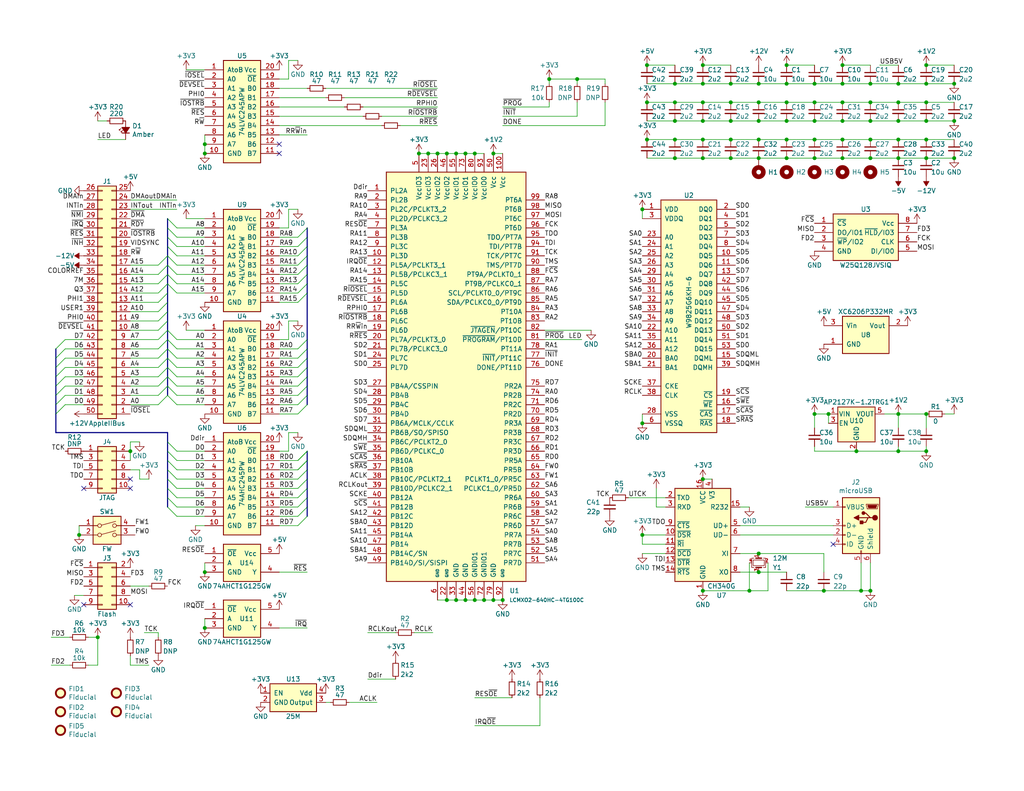
<source format=kicad_sch>
(kicad_sch (version 20230121) (generator eeschema)

  (uuid a29f8df0-3fae-4edf-8d9c-bd5a875b13e3)

  (paper "USLetter")

  (title_block
    (title "GR8RAM (GW4205B) - LCMXO2-640 / LCMXO2-1200")
    (date "2024-04-23")
    (rev "1.0")
    (company "Garrett's Workshop")
  )

  

  (junction (at 214.63 27.94) (diameter 0) (color 0 0 0 0)
    (uuid 022502e0-e724-4b75-bc35-3c5984dbeb76)
  )
  (junction (at 237.49 38.1) (diameter 0) (color 0 0 0 0)
    (uuid 02906903-531f-4284-99a4-4f72393687a1)
  )
  (junction (at 224.79 161.29) (diameter 0) (color 0 0 0 0)
    (uuid 0437abb6-6365-4357-8114-e2d537d2d6da)
  )
  (junction (at 214.63 17.78) (diameter 0) (color 0 0 0 0)
    (uuid 065b9982-55f2-4822-977e-07e8a06e7b35)
  )
  (junction (at 191.77 43.18) (diameter 0) (color 0 0 0 0)
    (uuid 09bbea88-8bd7-48ec-baae-1b4a9a11a40e)
  )
  (junction (at 207.01 151.13) (diameter 0) (color 0 0 0 0)
    (uuid 0a70b943-2fa3-44f1-a9b3-135884e77bbe)
  )
  (junction (at 55.88 171.45) (diameter 0) (color 0 0 0 0)
    (uuid 0c1c4bf2-ad38-424d-b397-78a2a50712de)
  )
  (junction (at 191.77 38.1) (diameter 0) (color 0 0 0 0)
    (uuid 0fb27e11-fde6-4a25-adbb-e9684771b369)
  )
  (junction (at 184.15 33.02) (diameter 0) (color 0 0 0 0)
    (uuid 10804897-8051-4a12-9b89-db1ec1525e87)
  )
  (junction (at 229.87 38.1) (diameter 0) (color 0 0 0 0)
    (uuid 10b20c6b-8045-46d1-a965-0d7dd9a1b5fa)
  )
  (junction (at 191.77 33.02) (diameter 0) (color 0 0 0 0)
    (uuid 10dc8b81-0e79-4f5d-bb6c-434f63082b78)
  )
  (junction (at 176.53 27.94) (diameter 0) (color 0 0 0 0)
    (uuid 13153c59-a7e3-4093-88d8-f3fd0a68cdb2)
  )
  (junction (at 55.88 41.91) (diameter 0) (color 0 0 0 0)
    (uuid 1765d6b9-ca0e-49c2-8c3c-8ab35eb3909b)
  )
  (junction (at 252.73 17.78) (diameter 0) (color 0 0 0 0)
    (uuid 19bf9e2e-868b-4293-8c05-08ea270a2506)
  )
  (junction (at 237.49 22.86) (diameter 0) (color 0 0 0 0)
    (uuid 1bdf1324-ef7d-4f4d-9a41-28e9c858651e)
  )
  (junction (at 245.11 33.02) (diameter 0) (color 0 0 0 0)
    (uuid 1e44b557-46a8-49a6-bd8b-2970d111d2e3)
  )
  (junction (at 134.62 163.83) (diameter 0) (color 0 0 0 0)
    (uuid 20e5277b-a5e8-4eb4-a1be-51eb38a17baa)
  )
  (junction (at 121.92 163.83) (diameter 0) (color 0 0 0 0)
    (uuid 211de15d-a6d0-475b-b5c8-53f696fdcc1e)
  )
  (junction (at 245.11 123.19) (diameter 0) (color 0 0 0 0)
    (uuid 22204a20-8000-43a4-8a59-0c8fb5a490a1)
  )
  (junction (at 214.63 38.1) (diameter 0) (color 0 0 0 0)
    (uuid 2a441f61-9bf6-402b-9f49-cde78512d59b)
  )
  (junction (at 127 41.91) (diameter 0) (color 0 0 0 0)
    (uuid 2bcf999d-cd8a-498d-8d5e-19519789ac8d)
  )
  (junction (at 260.35 33.02) (diameter 0) (color 0 0 0 0)
    (uuid 2daec3e6-c3ed-4fc0-9b25-938d9f33af02)
  )
  (junction (at 21.59 146.05) (diameter 0) (color 0 0 0 0)
    (uuid 2dc66f7e-d85d-4081-ae71-fd8851d6aeda)
  )
  (junction (at 157.48 21.59) (diameter 0) (color 0 0 0 0)
    (uuid 308e3432-1c57-47be-87dd-da0d0866399c)
  )
  (junction (at 245.11 27.94) (diameter 0) (color 0 0 0 0)
    (uuid 34ce7009-187e-4541-a14e-708b3a2903d9)
  )
  (junction (at 176.53 38.1) (diameter 0) (color 0 0 0 0)
    (uuid 35d28611-846d-4914-a4f9-4570b5046574)
  )
  (junction (at 245.11 38.1) (diameter 0) (color 0 0 0 0)
    (uuid 3656bb3f-f8a4-4f3a-8e9a-ec6203c87a56)
  )
  (junction (at 184.15 27.94) (diameter 0) (color 0 0 0 0)
    (uuid 3f33461e-6a88-45fa-a39f-cc641394734b)
  )
  (junction (at 237.49 27.94) (diameter 0) (color 0 0 0 0)
    (uuid 3fa05934-8ad1-40a9-af5c-98ad298eb412)
  )
  (junction (at 207.01 22.86) (diameter 0) (color 0 0 0 0)
    (uuid 4fdee335-b6df-4cd6-990a-be6774a4f35f)
  )
  (junction (at 149.86 21.59) (diameter 0) (color 0 0 0 0)
    (uuid 50313af7-29fc-4aa3-b727-6efa33193871)
  )
  (junction (at 35.56 123.19) (diameter 0) (color 0 0 0 0)
    (uuid 54995369-ee78-42ef-b356-18a8920616da)
  )
  (junction (at 184.15 38.1) (diameter 0) (color 0 0 0 0)
    (uuid 5770763d-6825-49a2-8bcf-06540091cf7a)
  )
  (junction (at 119.38 41.91) (diameter 0) (color 0 0 0 0)
    (uuid 6264f1c1-98f2-4022-bb4e-2eb48e53f778)
  )
  (junction (at 207.01 33.02) (diameter 0) (color 0 0 0 0)
    (uuid 66ca01b3-51ff-4294-9b77-4492e98f6aec)
  )
  (junction (at 127 163.83) (diameter 0) (color 0 0 0 0)
    (uuid 6865c684-cff7-4cd8-9885-f3b7458ab569)
  )
  (junction (at 26.67 173.99) (diameter 0) (color 0 0 0 0)
    (uuid 6a61ffb9-4481-40f5-a4be-b3d72cc466e2)
  )
  (junction (at 252.73 43.18) (diameter 0) (color 0 0 0 0)
    (uuid 6c183445-4d30-455d-a1f5-539b79d4b5cb)
  )
  (junction (at 134.62 41.91) (diameter 0) (color 0 0 0 0)
    (uuid 6d36ff47-85d2-4bbd-aa61-88d3f31df400)
  )
  (junction (at 199.39 27.94) (diameter 0) (color 0 0 0 0)
    (uuid 7274c82d-0cb9-47de-b093-7d848f491410)
  )
  (junction (at 233.68 123.19) (diameter 0) (color 0 0 0 0)
    (uuid 7a1644f4-da52-40f4-a904-03a98db62f09)
  )
  (junction (at 252.73 33.02) (diameter 0) (color 0 0 0 0)
    (uuid 7b4762e7-77bb-481d-ba04-f793e0a6abf3)
  )
  (junction (at 252.73 113.03) (diameter 0) (color 0 0 0 0)
    (uuid 7d204f5b-eb71-4af6-ba55-6e1706ad30fe)
  )
  (junction (at 229.87 22.86) (diameter 0) (color 0 0 0 0)
    (uuid 80c4f615-fe06-4055-b547-a67fd424538a)
  )
  (junction (at 204.47 161.29) (diameter 0) (color 0 0 0 0)
    (uuid 866cc9f6-1cc4-4653-a8be-a297f477827a)
  )
  (junction (at 237.49 33.02) (diameter 0) (color 0 0 0 0)
    (uuid 87ba184f-bff5-4989-8217-6af375cc3dd8)
  )
  (junction (at 121.92 41.91) (diameter 0) (color 0 0 0 0)
    (uuid 87eb8d1f-fcc7-4edf-99c5-8cb37abd6407)
  )
  (junction (at 55.88 39.37) (diameter 0) (color 0 0 0 0)
    (uuid 8ade7975-64a0-440a-8545-11958836bf48)
  )
  (junction (at 214.63 33.02) (diameter 0) (color 0 0 0 0)
    (uuid 8b3ba7fc-20b6-43c4-a020-80151e1caecc)
  )
  (junction (at 199.39 43.18) (diameter 0) (color 0 0 0 0)
    (uuid 8b963561-586b-4575-b721-87e7914602c6)
  )
  (junction (at 245.11 113.03) (diameter 0) (color 0 0 0 0)
    (uuid 8c0f88b5-303f-40ca-95f8-f7522d83656d)
  )
  (junction (at 191.77 161.29) (diameter 0) (color 0 0 0 0)
    (uuid 8f2d4a89-4dd2-451a-bd91-d067e91384e0)
  )
  (junction (at 175.26 57.15) (diameter 0) (color 0 0 0 0)
    (uuid 8fc062a7-114d-48eb-a8f8-71128838f380)
  )
  (junction (at 207.01 38.1) (diameter 0) (color 0 0 0 0)
    (uuid 90dcd4ff-861c-4f35-aa5f-4ec5fa685df6)
  )
  (junction (at 222.25 113.03) (diameter 0) (color 0 0 0 0)
    (uuid 93a559c8-97da-47c1-8d23-6dd7282fc30c)
  )
  (junction (at 132.08 163.83) (diameter 0) (color 0 0 0 0)
    (uuid 9559df4d-9461-4aa3-a3ab-5490816fb124)
  )
  (junction (at 191.77 130.81) (diameter 0) (color 0 0 0 0)
    (uuid 9596e4bc-977c-4247-b1d9-05bbfb34ae02)
  )
  (junction (at 129.54 41.91) (diameter 0) (color 0 0 0 0)
    (uuid 989202af-2a47-4f31-8922-d0a9db7ba97f)
  )
  (junction (at 229.87 33.02) (diameter 0) (color 0 0 0 0)
    (uuid 9e2492fd-e074-42db-8129-fe39460dc1e0)
  )
  (junction (at 237.49 43.18) (diameter 0) (color 0 0 0 0)
    (uuid a2eefd7b-6d7e-4369-929c-af4c7c384981)
  )
  (junction (at 229.87 27.94) (diameter 0) (color 0 0 0 0)
    (uuid ad123c82-8eb5-42a4-a6e6-a5a116411fdd)
  )
  (junction (at 222.25 33.02) (diameter 0) (color 0 0 0 0)
    (uuid af758230-288a-4391-86a3-c580acfdea4c)
  )
  (junction (at 191.77 22.86) (diameter 0) (color 0 0 0 0)
    (uuid afa97180-1a7d-40b6-9538-c57db367999a)
  )
  (junction (at 207.01 156.21) (diameter 0) (color 0 0 0 0)
    (uuid b5ad0d15-22b6-477a-ac91-25ad942c21db)
  )
  (junction (at 199.39 22.86) (diameter 0) (color 0 0 0 0)
    (uuid b66b83a0-313f-4b03-b851-c6e9577a6eb7)
  )
  (junction (at 55.88 156.21) (diameter 0) (color 0 0 0 0)
    (uuid b794d099-f823-4d35-9755-ca1c45247ee9)
  )
  (junction (at 199.39 38.1) (diameter 0) (color 0 0 0 0)
    (uuid b8c8c7a1-d546-4878-9de9-463ec76dff98)
  )
  (junction (at 252.73 27.94) (diameter 0) (color 0 0 0 0)
    (uuid c593491c-ec91-4b5b-beac-1de90725bd7b)
  )
  (junction (at 229.87 17.78) (diameter 0) (color 0 0 0 0)
    (uuid c693a515-8093-4d5b-b9bf-334dff5f7b83)
  )
  (junction (at 184.15 43.18) (diameter 0) (color 0 0 0 0)
    (uuid c8c216aa-7768-49e6-bff2-36ed2c91e3f6)
  )
  (junction (at 222.25 27.94) (diameter 0) (color 0 0 0 0)
    (uuid cb02d036-232b-4d6d-b0b4-961f78cb5e70)
  )
  (junction (at 114.3 41.91) (diameter 0) (color 0 0 0 0)
    (uuid cba3fca6-48f0-4345-a5f0-9bfa029d8fc8)
  )
  (junction (at 252.73 38.1) (diameter 0) (color 0 0 0 0)
    (uuid ccf2d526-7f49-4fa6-8853-ec3252fef3bf)
  )
  (junction (at 214.63 22.86) (diameter 0) (color 0 0 0 0)
    (uuid cd17f08e-5cba-4621-8cc4-973929772807)
  )
  (junction (at 214.63 43.18) (diameter 0) (color 0 0 0 0)
    (uuid ce7b5210-765d-4855-bbb3-0ef10b97e821)
  )
  (junction (at 175.26 115.57) (diameter 0) (color 0 0 0 0)
    (uuid d0cd3439-276c-41ba-b38d-f84f6da38415)
  )
  (junction (at 260.35 22.86) (diameter 0) (color 0 0 0 0)
    (uuid d33675b9-acfc-4edc-92d2-0b105a57b19c)
  )
  (junction (at 222.25 22.86) (diameter 0) (color 0 0 0 0)
    (uuid d3798a45-8d5c-4a00-80c5-1899f3fffe6b)
  )
  (junction (at 207.01 27.94) (diameter 0) (color 0 0 0 0)
    (uuid d655bb0a-cbf9-4908-ad60-7024ff468fbd)
  )
  (junction (at 175.26 146.05) (diameter 0) (color 0 0 0 0)
    (uuid d9127ed4-2057-4a37-99d9-9564ed19e399)
  )
  (junction (at 252.73 22.86) (diameter 0) (color 0 0 0 0)
    (uuid d92ed510-2589-4d95-9734-272280536f73)
  )
  (junction (at 237.49 161.29) (diameter 0) (color 0 0 0 0)
    (uuid dbe1786c-b436-42a5-bdc9-1895b4d52a4e)
  )
  (junction (at 191.77 27.94) (diameter 0) (color 0 0 0 0)
    (uuid dbfc7e42-552a-4494-a451-c4ef6ddc5ed3)
  )
  (junction (at 245.11 22.86) (diameter 0) (color 0 0 0 0)
    (uuid dcfaa9a0-4311-418d-9bec-92db07477d76)
  )
  (junction (at 234.95 161.29) (diameter 0) (color 0 0 0 0)
    (uuid dda9c0b0-306f-4179-9160-4e642a3320f3)
  )
  (junction (at 199.39 33.02) (diameter 0) (color 0 0 0 0)
    (uuid de552ae9-cde6-4643-8cc7-9de2579dadae)
  )
  (junction (at 184.15 22.86) (diameter 0) (color 0 0 0 0)
    (uuid e3506e1c-8348-4de3-924e-466459c15838)
  )
  (junction (at 176.53 17.78) (diameter 0) (color 0 0 0 0)
    (uuid e5623370-8c36-40dc-a32f-38bfc25e52ab)
  )
  (junction (at 124.46 163.83) (diameter 0) (color 0 0 0 0)
    (uuid e580c1d1-f2af-469d-80f9-7abdf4efbba9)
  )
  (junction (at 260.35 43.18) (diameter 0) (color 0 0 0 0)
    (uuid e778072e-d6a9-4b06-b15a-c71e5351616b)
  )
  (junction (at 129.54 163.83) (diameter 0) (color 0 0 0 0)
    (uuid e8c43b12-b522-4a2e-a649-33387367b86a)
  )
  (junction (at 245.11 43.18) (diameter 0) (color 0 0 0 0)
    (uuid eb6a726e-fed9-4891-95fa-b4d4a5f77b35)
  )
  (junction (at 207.01 43.18) (diameter 0) (color 0 0 0 0)
    (uuid ec8da9e3-49a5-4279-9d3a-5934986ee18c)
  )
  (junction (at 191.77 17.78) (diameter 0) (color 0 0 0 0)
    (uuid eccc3abe-9722-44b0-82d1-fe2f045a438f)
  )
  (junction (at 226.06 113.03) (diameter 0) (color 0 0 0 0)
    (uuid f3d50286-4863-4fab-abb9-554b94f7e8b5)
  )
  (junction (at 222.25 38.1) (diameter 0) (color 0 0 0 0)
    (uuid f503ea07-bcf1-4924-930a-6f7e9cd312f8)
  )
  (junction (at 229.87 43.18) (diameter 0) (color 0 0 0 0)
    (uuid f6a3288e-9575-42bb-af05-a920d59aded8)
  )
  (junction (at 116.84 41.91) (diameter 0) (color 0 0 0 0)
    (uuid f8be3ae0-f203-407b-88fc-3e8cd7f35e13)
  )
  (junction (at 124.46 41.91) (diameter 0) (color 0 0 0 0)
    (uuid fc7f7ed1-d3cc-4297-9d8c-9f9b979b195e)
  )
  (junction (at 252.73 123.19) (diameter 0) (color 0 0 0 0)
    (uuid fd8eb6bb-387a-460f-b161-b4dab6d472d0)
  )
  (junction (at 222.25 43.18) (diameter 0) (color 0 0 0 0)
    (uuid fe6d9604-2924-4f38-950b-a31e8a281973)
  )
  (junction (at 137.16 163.83) (diameter 0) (color 0 0 0 0)
    (uuid ffab4730-6c32-4f0d-811a-1bdfadf8a9ae)
  )

  (no_connect (at 22.86 165.1) (uuid 015f5586-ba76-4a98-9114-f5cd2c67134d))
  (no_connect (at 227.33 148.59) (uuid 0aec6fd3-b203-40c6-abfd-574b16ddc913))
  (no_connect (at 22.86 133.35) (uuid 1cb22080-0f59-4c18-a6e6-8685ef44ec53))
  (no_connect (at 76.2 41.91) (uuid 341dde39-440e-4d05-8def-6a5cecefd88c))
  (no_connect (at 35.56 165.1) (uuid 541721d1-074b-496e-a833-813044b3e8ca))
  (no_connect (at 35.56 130.81) (uuid 8bdea5f6-7a53-427a-92b8-fd15994c2e8c))
  (no_connect (at 35.56 133.35) (uuid a599509f-fbb9-4db4-9adf-9e96bab1138d))
  (no_connect (at 76.2 39.37) (uuid e7893166-2c2c-41b4-bd84-76ebc2e06551))

  (bus_entry (at 83.82 77.47) (size -2.54 2.54)
    (stroke (width 0) (type default))
    (uuid 008da5b9-6f95-4113-b7d0-d93ac62efd33)
  )
  (bus_entry (at 45.72 80.01) (size -2.54 2.54)
    (stroke (width 0) (type default))
    (uuid 009b5465-0a65-4237-93e7-eb65321eeb18)
  )
  (bus_entry (at 45.72 82.55) (size -2.54 2.54)
    (stroke (width 0) (type default))
    (uuid 00f3ea8b-8a54-4e56-84ff-d98f6c00496c)
  )
  (bus_entry (at 15.24 97.79) (size 2.54 -2.54)
    (stroke (width 0) (type default))
    (uuid 014d13cd-26ad-4d0e-86ad-a43b541cab14)
  )
  (bus_entry (at 81.28 100.33) (size 2.54 -2.54)
    (stroke (width 0) (type default))
    (uuid 04cf2f2c-74bf-400d-b4f6-201720df00ed)
  )
  (bus_entry (at 48.26 110.49) (size -2.54 -2.54)
    (stroke (width 0) (type default))
    (uuid 0a1a4d88-972a-46ce-b25e-6cb796bd41f7)
  )
  (bus_entry (at 81.28 140.97) (size 2.54 -2.54)
    (stroke (width 0) (type default))
    (uuid 0ceb97d6-1b0f-4b71-921e-b0955c30c998)
  )
  (bus_entry (at 83.82 64.77) (size -2.54 2.54)
    (stroke (width 0) (type default))
    (uuid 0fafc6b9-fd35-4a55-9270-7a8e7ce3cb13)
  )
  (bus_entry (at 45.72 97.79) (size -2.54 2.54)
    (stroke (width 0) (type default))
    (uuid 1199146e-a60b-416a-b503-e77d6d2892f9)
  )
  (bus_entry (at 81.28 143.51) (size 2.54 -2.54)
    (stroke (width 0) (type default))
    (uuid 1241b7f2-e266-4f5c-8a97-9f0f9d0eef37)
  )
  (bus_entry (at 81.28 128.27) (size 2.54 -2.54)
    (stroke (width 0) (type default))
    (uuid 18c61c95-8af1-4986-b67e-c7af9c15ab6b)
  )
  (bus_entry (at 45.72 123.19) (size 2.54 2.54)
    (stroke (width 0) (type default))
    (uuid 18d11f32-e1a6-4f29-8e3c-0bfeb07299bd)
  )
  (bus_entry (at 81.28 97.79) (size 2.54 -2.54)
    (stroke (width 0) (type default))
    (uuid 1bdd5841-68b7-42e2-9447-cbdb608d8a08)
  )
  (bus_entry (at 45.72 77.47) (size -2.54 2.54)
    (stroke (width 0) (type default))
    (uuid 221bef83-3ea7-4d3f-adeb-53a8a07c6273)
  )
  (bus_entry (at 83.82 67.31) (size -2.54 2.54)
    (stroke (width 0) (type default))
    (uuid 27b2eb82-662b-42d8-90e6-830fec4bb8d2)
  )
  (bus_entry (at 81.28 105.41) (size 2.54 -2.54)
    (stroke (width 0) (type default))
    (uuid 2878a73c-5447-4cd9-8194-14f52ab9459c)
  )
  (bus_entry (at 45.72 72.39) (size 2.54 2.54)
    (stroke (width 0) (type default))
    (uuid 29bb7297-26fb-4776-9266-2355d022bab0)
  )
  (bus_entry (at 48.26 95.25) (size -2.54 -2.54)
    (stroke (width 0) (type default))
    (uuid 30c33e3e-fb78-498d-bffe-76273d527004)
  )
  (bus_entry (at 81.28 133.35) (size 2.54 -2.54)
    (stroke (width 0) (type default))
    (uuid 35ef9c4a-35f6-467b-a704-b1d9354880cf)
  )
  (bus_entry (at 45.72 77.47) (size 2.54 2.54)
    (stroke (width 0) (type default))
    (uuid 36d783e7-096f-4c97-9672-7e08c083b87b)
  )
  (bus_entry (at 15.24 107.95) (size 2.54 -2.54)
    (stroke (width 0) (type default))
    (uuid 443bc73a-8dc0-4e2f-a292-a5eff00efa5b)
  )
  (bus_entry (at 81.28 107.95) (size 2.54 -2.54)
    (stroke (width 0) (type default))
    (uuid 44646447-0a8e-4aec-a74e-22bf765d0f33)
  )
  (bus_entry (at 45.72 107.95) (size -2.54 2.54)
    (stroke (width 0) (type default))
    (uuid 477892a1-722e-4cda-bb6c-fcdb8ba5f93e)
  )
  (bus_entry (at 45.72 102.87) (size -2.54 2.54)
    (stroke (width 0) (type default))
    (uuid 479331ff-c540-41f4-84e6-b48d65171e59)
  )
  (bus_entry (at 45.72 72.39) (size -2.54 2.54)
    (stroke (width 0) (type default))
    (uuid 4ba06b66-7669-4c70-b585-f5d4c9c33527)
  )
  (bus_entry (at 45.72 64.77) (size 2.54 2.54)
    (stroke (width 0) (type default))
    (uuid 4c843bdb-6c9e-40dd-85e2-0567846e18ba)
  )
  (bus_entry (at 45.72 85.09) (size -2.54 2.54)
    (stroke (width 0) (type default))
    (uuid 4d586a18-26c5-441e-a9ff-8125ee516126)
  )
  (bus_entry (at 81.28 128.27) (size 2.54 -2.54)
    (stroke (width 0) (type default))
    (uuid 4e27930e-1827-4788-aa6b-487321d46602)
  )
  (bus_entry (at 48.26 102.87) (size -2.54 -2.54)
    (stroke (width 0) (type default))
    (uuid 57276367-9ce4-4738-88d7-6e8cb94c966c)
  )
  (bus_entry (at 48.26 97.79) (size -2.54 -2.54)
    (stroke (width 0) (type default))
    (uuid 5b0a5a46-7b51-4262-a80e-d33dd1806615)
  )
  (bus_entry (at 83.82 74.93) (size -2.54 2.54)
    (stroke (width 0) (type default))
    (uuid 5d3d7893-1d11-4f1d-9052-85cf0e07d281)
  )
  (bus_entry (at 45.72 59.69) (size 2.54 2.54)
    (stroke (width 0) (type default))
    (uuid 60aa0ce8-9d0e-48ca-bbf9-866403979e9b)
  )
  (bus_entry (at 45.72 95.25) (size -2.54 2.54)
    (stroke (width 0) (type default))
    (uuid 60ff6322-62e2-4602-9bc0-7a0f0a5ecfbf)
  )
  (bus_entry (at 81.28 125.73) (size 2.54 -2.54)
    (stroke (width 0) (type default))
    (uuid 6241e6d3-a754-45b6-9f7c-e43019b93226)
  )
  (bus_entry (at 45.72 120.65) (size 2.54 2.54)
    (stroke (width 0) (type default))
    (uuid 6325c32f-c82a-4357-b022-f9c7e76f412e)
  )
  (bus_entry (at 15.24 102.87) (size 2.54 -2.54)
    (stroke (width 0) (type default))
    (uuid 633292d3-80c5-4986-be82-ce926e9f09f4)
  )
  (bus_entry (at 83.82 92.71) (size -2.54 2.54)
    (stroke (width 0) (type default))
    (uuid 63c56ea4-91a3-4172-b9de-a4388cc8f894)
  )
  (bus_entry (at 83.82 62.23) (size -2.54 2.54)
    (stroke (width 0) (type default))
    (uuid 66218487-e316-4467-9eba-79d4626ab24e)
  )
  (bus_entry (at 45.72 130.81) (size 2.54 2.54)
    (stroke (width 0) (type default))
    (uuid 6afc19cf-38b4-47a3-bc2b-445b18724310)
  )
  (bus_entry (at 45.72 62.23) (size 2.54 2.54)
    (stroke (width 0) (type default))
    (uuid 6ffdf05e-e119-49f9-85e9-13e4901df42a)
  )
  (bus_entry (at 45.72 67.31) (size 2.54 2.54)
    (stroke (width 0) (type default))
    (uuid 72b36951-3ec7-4569-9c88-cf9b4afe1cae)
  )
  (bus_entry (at 15.24 100.33) (size 2.54 -2.54)
    (stroke (width 0) (type default))
    (uuid 7744b6ee-910d-401d-b730-65c35d3d8092)
  )
  (bus_entry (at 83.82 72.39) (size -2.54 2.54)
    (stroke (width 0) (type default))
    (uuid 79476267-290e-445f-995b-0afd0e11a4b5)
  )
  (bus_entry (at 15.24 113.03) (size 2.54 -2.54)
    (stroke (width 0) (type default))
    (uuid 83021f70-e61e-4ad3-bae7-b9f02b28be4f)
  )
  (bus_entry (at 45.72 128.27) (size 2.54 2.54)
    (stroke (width 0) (type default))
    (uuid 84d296ba-3d39-4264-ad19-947f90c54396)
  )
  (bus_entry (at 83.82 69.85) (size -2.54 2.54)
    (stroke (width 0) (type default))
    (uuid 8b290a17-6328-4178-9131-29524d345539)
  )
  (bus_entry (at 45.72 87.63) (size -2.54 2.54)
    (stroke (width 0) (type default))
    (uuid 9186fd02-f30d-4e17-aa38-378ab73e3908)
  )
  (bus_entry (at 81.28 102.87) (size 2.54 -2.54)
    (stroke (width 0) (type default))
    (uuid 955cc99e-a129-42cf-abc7-aa99813fdb5f)
  )
  (bus_entry (at 15.24 95.25) (size 2.54 -2.54)
    (stroke (width 0) (type default))
    (uuid a25b7e01-1754-4cc9-8a14-3d9c461e5af5)
  )
  (bus_entry (at 81.28 138.43) (size 2.54 -2.54)
    (stroke (width 0) (type default))
    (uuid a7f25f41-0b4c-4430-b6cd-b2160b2db099)
  )
  (bus_entry (at 45.72 125.73) (size 2.54 2.54)
    (stroke (width 0) (type default))
    (uuid a90361cd-254c-4d27-ae1f-9a6c85bafe28)
  )
  (bus_entry (at 45.72 90.17) (size -2.54 2.54)
    (stroke (width 0) (type default))
    (uuid aa130053-a451-4f12-97f7-3d4d891a5f83)
  )
  (bus_entry (at 83.82 80.01) (size -2.54 2.54)
    (stroke (width 0) (type default))
    (uuid aeb03be9-98f0-43f6-9432-1bb35aa04bab)
  )
  (bus_entry (at 45.72 105.41) (size -2.54 2.54)
    (stroke (width 0) (type default))
    (uuid b09666f9-12f1-4ee9-8877-2292c94258ca)
  )
  (bus_entry (at 45.72 74.93) (size -2.54 2.54)
    (stroke (width 0) (type default))
    (uuid b52d6ff3-fef1-496e-8dd5-ebb89b6bce6a)
  )
  (bus_entry (at 81.28 135.89) (size 2.54 -2.54)
    (stroke (width 0) (type default))
    (uuid b8b961e9-8a60-45fc-999a-a7a3baff4e0d)
  )
  (bus_entry (at 45.72 69.85) (size -2.54 2.54)
    (stroke (width 0) (type default))
    (uuid bc0dbc57-3ae8-4ce5-a05c-2d6003bba475)
  )
  (bus_entry (at 48.26 105.41) (size -2.54 -2.54)
    (stroke (width 0) (type default))
    (uuid bdf40d30-88ff-4479-bad1-69529464b61b)
  )
  (bus_entry (at 81.28 113.03) (size 2.54 -2.54)
    (stroke (width 0) (type default))
    (uuid c25449d6-d734-4953-b762-98f82a830248)
  )
  (bus_entry (at 48.26 92.71) (size -2.54 -2.54)
    (stroke (width 0) (type default))
    (uuid c3b3d7f4-943f-4cff-b180-87ef3e1bcbff)
  )
  (bus_entry (at 81.28 130.81) (size 2.54 -2.54)
    (stroke (width 0) (type default))
    (uuid c8a44971-63c1-4a19-879d-b6647b2dc08d)
  )
  (bus_entry (at 45.72 138.43) (size 2.54 2.54)
    (stroke (width 0) (type default))
    (uuid c8a7af6e-c432-4fa3-91ee-c8bf0c5a9ebe)
  )
  (bus_entry (at 48.26 107.95) (size -2.54 -2.54)
    (stroke (width 0) (type default))
    (uuid c9b9e62d-dede-4d1a-9a05-275614f8bdb2)
  )
  (bus_entry (at 45.72 74.93) (size 2.54 2.54)
    (stroke (width 0) (type default))
    (uuid cb6062da-8dcd-4826-92fd-4071e9e97213)
  )
  (bus_entry (at 45.72 100.33) (size -2.54 2.54)
    (stroke (width 0) (type default))
    (uuid cc15f583-a41b-43af-ba94-a75455506a96)
  )
  (bus_entry (at 15.24 110.49) (size 2.54 -2.54)
    (stroke (width 0) (type default))
    (uuid cc75e5ae-3348-4e7a-bd16-4df685ee47bd)
  )
  (bus_entry (at 45.72 135.89) (size 2.54 2.54)
    (stroke (width 0) (type default))
    (uuid d01102e9-b170-4eb1-a0a4-9a31feb850b7)
  )
  (bus_entry (at 81.28 110.49) (size 2.54 -2.54)
    (stroke (width 0) (type default))
    (uuid d7e4abd8-69f5-4706-b12e-898194e5bf56)
  )
  (bus_entry (at 15.24 105.41) (size 2.54 -2.54)
    (stroke (width 0) (type default))
    (uuid dda1e6ca-91ec-4136-b90b-3c54d79454b9)
  )
  (bus_entry (at 48.26 100.33) (size -2.54 -2.54)
    (stroke (width 0) (type default))
    (uuid e5217a0c-7f55-4c30-adda-7f8d95709d1b)
  )
  (bus_entry (at 45.72 92.71) (size -2.54 2.54)
    (stroke (width 0) (type default))
    (uuid e7369115-d491-4ef3-be3d-f5298992c3e8)
  )
  (bus_entry (at 45.72 69.85) (size 2.54 2.54)
    (stroke (width 0) (type default))
    (uuid eb8d02e9-145c-465d-b6a8-bae84d47a94b)
  )
  (bus_entry (at 81.28 125.73) (size 2.54 -2.54)
    (stroke (width 0) (type default))
    (uuid f357ddb5-3f44-43b0-b00d-d64f5c62ba4a)
  )
  (bus_entry (at 45.72 133.35) (size 2.54 2.54)
    (stroke (width 0) (type default))
    (uuid fe14c012-3d58-4e5e-9a37-4b9765a7f764)
  )

  (wire (pts (xy 245.11 116.84) (xy 245.11 113.03))
    (stroke (width 0) (type default))
    (uuid 0008c943-3dd6-4a01-96aa-0394a71c6a7b)
  )
  (wire (pts (xy 175.26 115.57) (xy 175.26 113.03))
    (stroke (width 0) (type default))
    (uuid 00e38d63-5436-49db-81f5-697421f168fc)
  )
  (wire (pts (xy 48.26 64.77) (xy 55.88 64.77))
    (stroke (width 0) (type default))
    (uuid 011ee658-718d-416a-85fd-961729cd1ee5)
  )
  (wire (pts (xy 234.95 161.29) (xy 224.79 161.29))
    (stroke (width 0) (type default))
    (uuid 012317a0-a7f6-48c1-9cec-ba02741e5149)
  )
  (wire (pts (xy 175.26 151.13) (xy 181.61 151.13))
    (stroke (width 0) (type default))
    (uuid 03c28709-452b-41bb-8209-ee7ff5f7e12d)
  )
  (wire (pts (xy 214.63 17.78) (xy 222.25 17.78))
    (stroke (width 0) (type default))
    (uuid 046ca2d8-3ca1-4c64-8090-c45e9adcf30e)
  )
  (wire (pts (xy 34.29 38.1) (xy 26.67 38.1))
    (stroke (width 0) (type default))
    (uuid 048bfd7b-b154-46f8-ae02-f508026d6a38)
  )
  (wire (pts (xy 76.2 171.45) (xy 83.82 171.45))
    (stroke (width 0) (type default))
    (uuid 04c42447-3a15-45bf-b312-4da0f11e13c4)
  )
  (wire (pts (xy 147.32 190.5) (xy 147.32 198.12))
    (stroke (width 0) (type default))
    (uuid 050d5041-75ed-4f73-97bb-8f38dab85f59)
  )
  (wire (pts (xy 35.56 102.87) (xy 43.18 102.87))
    (stroke (width 0) (type default))
    (uuid 0520f61d-4522-4301-a3fa-8ed0bf060f69)
  )
  (wire (pts (xy 43.18 172.72) (xy 39.37 172.72))
    (stroke (width 0) (type default))
    (uuid 0554bea0-89b2-4e25-9ea3-4c73921c94cb)
  )
  (bus (pts (xy 45.72 102.87) (xy 45.72 105.41))
    (stroke (width 0) (type default))
    (uuid 06aa4d63-54fd-4ea9-bc14-d46ce29463e8)
  )

  (wire (pts (xy 13.97 181.61) (xy 19.05 181.61))
    (stroke (width 0) (type default))
    (uuid 074cd8c5-45d2-48a0-908b-0c1a4ca96a27)
  )
  (wire (pts (xy 222.25 43.18) (xy 229.87 43.18))
    (stroke (width 0) (type default))
    (uuid 082aed28-f9e8-49e7-96ee-b5aa9f0319c7)
  )
  (bus (pts (xy 83.82 80.01) (xy 83.82 92.71))
    (stroke (width 0) (type default))
    (uuid 09021c9d-fb5f-49e1-ba7c-c21435e561a6)
  )

  (wire (pts (xy 76.2 29.21) (xy 93.98 29.21))
    (stroke (width 0) (type default))
    (uuid 0977298e-d760-4cd0-9bd4-60b3122ba3aa)
  )
  (wire (pts (xy 237.49 153.67) (xy 237.49 161.29))
    (stroke (width 0) (type default))
    (uuid 0beb6602-b993-47d2-88a4-0194904b3286)
  )
  (wire (pts (xy 121.92 41.91) (xy 124.46 41.91))
    (stroke (width 0) (type default))
    (uuid 0c61f4d7-6c32-4738-bdcf-607d90c6cd78)
  )
  (wire (pts (xy 17.78 95.25) (xy 22.86 95.25))
    (stroke (width 0) (type default))
    (uuid 0cbeb329-a88d-4a47-a5c2-a1d693de2f8c)
  )
  (bus (pts (xy 45.72 95.25) (xy 45.72 97.79))
    (stroke (width 0) (type default))
    (uuid 0db3a4ae-3ea3-4c7e-8e92-2deac5406ee4)
  )
  (bus (pts (xy 83.82 69.85) (xy 83.82 72.39))
    (stroke (width 0) (type default))
    (uuid 0e1dff80-5beb-4f26-bd8b-beb7d6138194)
  )
  (bus (pts (xy 45.72 100.33) (xy 45.72 102.87))
    (stroke (width 0) (type default))
    (uuid 0e827e9d-19d0-4830-adee-e829669aa4c6)
  )
  (bus (pts (xy 15.24 113.03) (xy 15.24 118.11))
    (stroke (width 0) (type default))
    (uuid 0fa50f25-2088-41a0-bcf9-363465cb9c86)
  )

  (wire (pts (xy 76.2 143.51) (xy 81.28 143.51))
    (stroke (width 0) (type default))
    (uuid 12a24e86-2c38-4685-bba9-fff8dddb4cb0)
  )
  (wire (pts (xy 35.56 120.65) (xy 38.1 120.65))
    (stroke (width 0) (type default))
    (uuid 12b8e931-eeee-431e-bf72-a18cb8cf2e90)
  )
  (wire (pts (xy 260.35 27.94) (xy 252.73 27.94))
    (stroke (width 0) (type default))
    (uuid 13d8cd78-bf5c-4899-a105-46ef76a1b75b)
  )
  (wire (pts (xy 35.56 87.63) (xy 43.18 87.63))
    (stroke (width 0) (type default))
    (uuid 143ed874-a01f-4ced-ba4e-bbb66ddd1f70)
  )
  (wire (pts (xy 76.2 156.21) (xy 83.82 156.21))
    (stroke (width 0) (type default))
    (uuid 15521fac-245b-41ae-8ce3-8d37b5e09f06)
  )
  (wire (pts (xy 184.15 38.1) (xy 191.77 38.1))
    (stroke (width 0) (type default))
    (uuid 162e5bdd-61a8-46a3-8485-826b5d58e1a1)
  )
  (wire (pts (xy 229.87 43.18) (xy 237.49 43.18))
    (stroke (width 0) (type default))
    (uuid 165f4d8d-26a9-4cf2-a8d6-9936cd983be4)
  )
  (wire (pts (xy 132.08 163.83) (xy 134.62 163.83))
    (stroke (width 0) (type default))
    (uuid 16e03cb5-73d2-4813-8478-4a100c3a1430)
  )
  (wire (pts (xy 171.45 135.89) (xy 181.61 135.89))
    (stroke (width 0) (type default))
    (uuid 18634be7-8167-4641-91db-43ff5d89f2f4)
  )
  (wire (pts (xy 129.54 163.83) (xy 132.08 163.83))
    (stroke (width 0) (type default))
    (uuid 199429ca-7463-4f63-9f3e-12e3d2e34333)
  )
  (wire (pts (xy 245.11 123.19) (xy 233.68 123.19))
    (stroke (width 0) (type default))
    (uuid 1c0de80e-c764-4d0d-8291-57e8ed1d0e6b)
  )
  (wire (pts (xy 48.26 100.33) (xy 55.88 100.33))
    (stroke (width 0) (type default))
    (uuid 1f9ae101-c652-4998-a503-17aedf3d5746)
  )
  (bus (pts (xy 83.82 72.39) (xy 83.82 74.93))
    (stroke (width 0) (type default))
    (uuid 2003b036-8b3c-4aca-b184-4e1151380b3d)
  )

  (wire (pts (xy 76.2 107.95) (xy 81.28 107.95))
    (stroke (width 0) (type default))
    (uuid 2035ea48-3ef5-4d7f-8c3c-50981b30c89a)
  )
  (wire (pts (xy 237.49 43.18) (xy 245.11 43.18))
    (stroke (width 0) (type default))
    (uuid 20a2261f-62e5-4ad7-b439-fce5f4c7db89)
  )
  (wire (pts (xy 35.56 181.61) (xy 40.64 181.61))
    (stroke (width 0) (type default))
    (uuid 22962957-1efd-404d-83db-5b233b6c15b0)
  )
  (wire (pts (xy 48.26 135.89) (xy 55.88 135.89))
    (stroke (width 0) (type default))
    (uuid 22bb6c80-05a9-4d89-98b0-f4c23fe6c1ce)
  )
  (wire (pts (xy 219.71 138.43) (xy 227.33 138.43))
    (stroke (width 0) (type default))
    (uuid 24d15e40-2b80-460d-b70e-9d3f18ac5e2e)
  )
  (wire (pts (xy 214.63 43.18) (xy 222.25 43.18))
    (stroke (width 0) (type default))
    (uuid 25802047-e86c-4d26-a27e-a145ce4b9ee5)
  )
  (wire (pts (xy 76.2 34.29) (xy 104.14 34.29))
    (stroke (width 0) (type default))
    (uuid 259343ca-ade8-47cc-bba5-10b7ccfc9edb)
  )
  (wire (pts (xy 222.25 27.94) (xy 229.87 27.94))
    (stroke (width 0) (type default))
    (uuid 25eb34a0-4bff-4078-9cef-552fc209a767)
  )
  (wire (pts (xy 157.48 31.75) (xy 157.48 27.94))
    (stroke (width 0) (type default))
    (uuid 26a03d9b-7c75-4a1d-a669-ae18975d7f45)
  )
  (wire (pts (xy 245.11 38.1) (xy 252.73 38.1))
    (stroke (width 0) (type default))
    (uuid 272c2a78-b5f5-4b61-aed3-ec69e0e92729)
  )
  (bus (pts (xy 45.72 82.55) (xy 45.72 85.09))
    (stroke (width 0) (type default))
    (uuid 27d14751-8ad8-40f8-9089-3e1fa7b928f0)
  )

  (wire (pts (xy 35.56 95.25) (xy 43.18 95.25))
    (stroke (width 0) (type default))
    (uuid 2891767f-251c-48c4-91c0-deb1b368f45c)
  )
  (wire (pts (xy 204.47 153.67) (xy 204.47 161.29))
    (stroke (width 0) (type default))
    (uuid 290a5711-eb7f-4a16-a2a9-a2847382ca3c)
  )
  (wire (pts (xy 245.11 33.02) (xy 252.73 33.02))
    (stroke (width 0) (type default))
    (uuid 291935ec-f8ff-41f0-8717-e68b8af7b8c1)
  )
  (bus (pts (xy 83.82 92.71) (xy 83.82 95.25))
    (stroke (width 0) (type default))
    (uuid 2b838b29-91e5-4403-94ec-fc802981d71e)
  )

  (wire (pts (xy 222.25 113.03) (xy 226.06 113.03))
    (stroke (width 0) (type default))
    (uuid 2c3f40c2-33cd-4aa2-bb90-27c62a746458)
  )
  (wire (pts (xy 184.15 22.86) (xy 191.77 22.86))
    (stroke (width 0) (type default))
    (uuid 2d306b0c-4304-40bf-8ef8-52b4b929acc4)
  )
  (wire (pts (xy 13.97 173.99) (xy 19.05 173.99))
    (stroke (width 0) (type default))
    (uuid 2d824d93-d60f-49a8-952f-4b0c03b72d38)
  )
  (wire (pts (xy 48.26 130.81) (xy 55.88 130.81))
    (stroke (width 0) (type default))
    (uuid 2db910a0-b943-40b4-b81f-068ba5265f56)
  )
  (wire (pts (xy 81.28 16.51) (xy 78.74 16.51))
    (stroke (width 0) (type default))
    (uuid 2e0a9f64-1b78-4597-8d50-d12d2268a95a)
  )
  (wire (pts (xy 222.25 123.19) (xy 222.25 121.92))
    (stroke (width 0) (type default))
    (uuid 2e6f96c4-3623-4d60-af53-82e0429ae251)
  )
  (wire (pts (xy 76.2 113.03) (xy 81.28 113.03))
    (stroke (width 0) (type default))
    (uuid 2e90e294-82e1-45da-9bf1-b91dfe0dc8f6)
  )
  (wire (pts (xy 214.63 27.94) (xy 222.25 27.94))
    (stroke (width 0) (type default))
    (uuid 2eea20e6-112c-411a-b615-885ae773135a)
  )
  (bus (pts (xy 83.82 130.81) (xy 83.82 133.35))
    (stroke (width 0) (type default))
    (uuid 3146f40a-80f4-4c3b-9be4-8dd47844df7c)
  )

  (wire (pts (xy 184.15 33.02) (xy 191.77 33.02))
    (stroke (width 0) (type default))
    (uuid 319c683d-aed6-4e7d-aee2-ff9871746d52)
  )
  (wire (pts (xy 191.77 22.86) (xy 199.39 22.86))
    (stroke (width 0) (type default))
    (uuid 31bfc3e7-147b-4531-a0c5-e3a305c1647d)
  )
  (wire (pts (xy 55.88 168.91) (xy 55.88 171.45))
    (stroke (width 0) (type default))
    (uuid 33c5518b-5621-4201-a6e5-b388b2601a4a)
  )
  (wire (pts (xy 78.74 118.11) (xy 81.28 118.11))
    (stroke (width 0) (type default))
    (uuid 348dc703-3cab-4547-b664-e8b335a6083c)
  )
  (wire (pts (xy 127 41.91) (xy 129.54 41.91))
    (stroke (width 0) (type default))
    (uuid 34a60faf-cae1-41d8-84da-4e65d70ad420)
  )
  (bus (pts (xy 45.72 69.85) (xy 45.72 72.39))
    (stroke (width 0) (type default))
    (uuid 3594873d-d94b-4e9e-b5b1-5b1442595696)
  )

  (wire (pts (xy 199.39 27.94) (xy 207.01 27.94))
    (stroke (width 0) (type default))
    (uuid 363189af-2faa-46a4-b025-5a779d801f2e)
  )
  (wire (pts (xy 199.39 33.02) (xy 207.01 33.02))
    (stroke (width 0) (type default))
    (uuid 37657eee-b379-4145-b65d-79c82b53e49e)
  )
  (bus (pts (xy 83.82 77.47) (xy 83.82 80.01))
    (stroke (width 0) (type default))
    (uuid 38245fc1-692f-48ac-9b95-5dcdd53bb2cc)
  )

  (wire (pts (xy 214.63 33.02) (xy 207.01 33.02))
    (stroke (width 0) (type default))
    (uuid 385bcea2-3877-4c62-8561-9c5ac5e1ff27)
  )
  (wire (pts (xy 191.77 27.94) (xy 199.39 27.94))
    (stroke (width 0) (type default))
    (uuid 386faf3f-2adf-472a-84bf-bd511edf2429)
  )
  (wire (pts (xy 76.2 74.93) (xy 81.28 74.93))
    (stroke (width 0) (type default))
    (uuid 3b686d17-1000-4762-ba31-589d599a3edf)
  )
  (bus (pts (xy 83.82 64.77) (xy 83.82 67.31))
    (stroke (width 0) (type default))
    (uuid 3b853872-c4b2-4105-bd4b-c660ed233e20)
  )

  (wire (pts (xy 175.26 148.59) (xy 175.26 146.05))
    (stroke (width 0) (type default))
    (uuid 3b85adc2-3eff-49b5-a80c-ed71d9e788a0)
  )
  (wire (pts (xy 109.22 34.29) (xy 119.38 34.29))
    (stroke (width 0) (type default))
    (uuid 3c1f824e-d794-4a9e-874a-e46e1f2ea04e)
  )
  (bus (pts (xy 83.82 95.25) (xy 83.82 97.79))
    (stroke (width 0) (type default))
    (uuid 3c59d496-929c-4866-a736-85d5ef79b78e)
  )

  (wire (pts (xy 48.26 57.15) (xy 35.56 57.15))
    (stroke (width 0) (type default))
    (uuid 3c66e6e2-f12d-4b23-910e-e478d272dfd5)
  )
  (wire (pts (xy 93.98 26.67) (xy 119.38 26.67))
    (stroke (width 0) (type default))
    (uuid 3cf643fe-89e7-4bed-b237-f661b814595f)
  )
  (wire (pts (xy 76.2 138.43) (xy 81.28 138.43))
    (stroke (width 0) (type default))
    (uuid 3e0392c0-affc-4114-9de5-1f1cfe79418a)
  )
  (wire (pts (xy 129.54 198.12) (xy 147.32 198.12))
    (stroke (width 0) (type default))
    (uuid 3e040e0d-aca4-4aa2-ae3c-4db5eb51f38d)
  )
  (wire (pts (xy 245.11 43.18) (xy 252.73 43.18))
    (stroke (width 0) (type default))
    (uuid 3f2a6679-91d7-4b6c-bf5c-c4d5abb2bc44)
  )
  (wire (pts (xy 48.26 125.73) (xy 55.88 125.73))
    (stroke (width 0) (type default))
    (uuid 3f8a5430-68a9-4732-9b89-4e00dd8ae219)
  )
  (wire (pts (xy 88.9 24.13) (xy 119.38 24.13))
    (stroke (width 0) (type default))
    (uuid 40e376b3-8639-44c0-b4e9-0c80ec89cbb7)
  )
  (wire (pts (xy 35.56 105.41) (xy 43.18 105.41))
    (stroke (width 0) (type default))
    (uuid 411d4270-c66c-4318-b7fb-1470d34862b8)
  )
  (wire (pts (xy 99.06 29.21) (xy 119.38 29.21))
    (stroke (width 0) (type default))
    (uuid 415d8d07-38cd-416d-b184-f0132a85e720)
  )
  (wire (pts (xy 48.26 140.97) (xy 55.88 140.97))
    (stroke (width 0) (type default))
    (uuid 42ff012d-5eb7-42b9-bb45-415cf26799c6)
  )
  (bus (pts (xy 83.82 123.19) (xy 83.82 125.73))
    (stroke (width 0) (type default))
    (uuid 43f341b3-06e9-4e7a-a26e-5365b89d76bf)
  )

  (wire (pts (xy 88.9 191.77) (xy 90.17 191.77))
    (stroke (width 0) (type default))
    (uuid 441d85bf-e47c-4042-9bb0-488afcaade02)
  )
  (bus (pts (xy 83.82 105.41) (xy 83.82 107.95))
    (stroke (width 0) (type default))
    (uuid 45790863-58e3-47e1-82a9-3311e184debd)
  )

  (wire (pts (xy 35.56 120.65) (xy 35.56 123.19))
    (stroke (width 0) (type default))
    (uuid 464c4270-a214-4a05-9795-4ea075a0e079)
  )
  (wire (pts (xy 134.62 41.91) (xy 137.16 41.91))
    (stroke (width 0) (type default))
    (uuid 469f89fd-f629-46b7-b106-a0088168c9ec)
  )
  (wire (pts (xy 20.32 162.56) (xy 22.86 162.56))
    (stroke (width 0) (type default))
    (uuid 46cbe85d-ff47-428e-b187-4ebd50a66e0c)
  )
  (bus (pts (xy 83.82 107.95) (xy 83.82 110.49))
    (stroke (width 0) (type default))
    (uuid 4a43c2ae-511e-4d31-8344-6a916e9b4647)
  )

  (wire (pts (xy 35.56 128.27) (xy 38.1 128.27))
    (stroke (width 0) (type default))
    (uuid 4a52129a-3777-417e-ad76-46e3fe80777f)
  )
  (wire (pts (xy 50.8 19.05) (xy 55.88 19.05))
    (stroke (width 0) (type default))
    (uuid 4a54c707-7b6f-4a3d-a74d-5e3526114aba)
  )
  (wire (pts (xy 201.93 138.43) (xy 204.47 138.43))
    (stroke (width 0) (type default))
    (uuid 4b58868e-1fa2-4007-b0e5-7dde35454ff5)
  )
  (bus (pts (xy 15.24 95.25) (xy 15.24 97.79))
    (stroke (width 0) (type default))
    (uuid 4d51bc15-1f84-46be-8e16-e836b10f854e)
  )
  (bus (pts (xy 15.24 97.79) (xy 15.24 100.33))
    (stroke (width 0) (type default))
    (uuid 4d5b5acb-5815-4167-8685-dd6668c837fe)
  )

  (wire (pts (xy 149.86 21.59) (xy 157.48 21.59))
    (stroke (width 0) (type default))
    (uuid 4f7760b5-21ad-417c-88f9-d1582eb6bb0c)
  )
  (bus (pts (xy 45.72 92.71) (xy 45.72 95.25))
    (stroke (width 0) (type default))
    (uuid 518dedf8-1fa8-4d20-96f6-9f614a19ef78)
  )

  (wire (pts (xy 224.79 161.29) (xy 214.63 161.29))
    (stroke (width 0) (type default))
    (uuid 53fcaef6-333e-40fc-b719-4f905cf289d6)
  )
  (wire (pts (xy 38.1 128.27) (xy 38.1 130.81))
    (stroke (width 0) (type default))
    (uuid 5470b177-bbf9-4aaa-870e-3765e6f29c2c)
  )
  (bus (pts (xy 45.72 128.27) (xy 45.72 130.81))
    (stroke (width 0) (type default))
    (uuid 54987869-31c3-4a07-9dfa-baffc5294665)
  )

  (wire (pts (xy 76.2 64.77) (xy 81.28 64.77))
    (stroke (width 0) (type default))
    (uuid 5701b80f-f006-4814-81c9-0c7f006088a9)
  )
  (wire (pts (xy 176.53 27.94) (xy 184.15 27.94))
    (stroke (width 0) (type default))
    (uuid 58be62d7-5a0b-44b0-83f3-366f1744c0b5)
  )
  (wire (pts (xy 237.49 22.86) (xy 245.11 22.86))
    (stroke (width 0) (type default))
    (uuid 58cc1c23-75c9-4a1e-b1d5-adc44466f9da)
  )
  (wire (pts (xy 48.26 62.23) (xy 55.88 62.23))
    (stroke (width 0) (type default))
    (uuid 593b8647-0095-46cc-ba23-3cf2a86edb5e)
  )
  (bus (pts (xy 83.82 74.93) (xy 83.82 77.47))
    (stroke (width 0) (type default))
    (uuid 5b34b011-d722-453c-956e-3018c966e116)
  )

  (wire (pts (xy 165.1 21.59) (xy 165.1 22.86))
    (stroke (width 0) (type default))
    (uuid 5b5714b6-d97c-463f-99ea-de16fcea04a8)
  )
  (wire (pts (xy 181.61 148.59) (xy 175.26 148.59))
    (stroke (width 0) (type default))
    (uuid 5bb9c42c-e8ea-41ab-af5b-38bf31d4d162)
  )
  (wire (pts (xy 48.26 102.87) (xy 55.88 102.87))
    (stroke (width 0) (type default))
    (uuid 5c30b9b4-3014-4f50-9329-27a539b67e01)
  )
  (wire (pts (xy 201.93 156.21) (xy 207.01 156.21))
    (stroke (width 0) (type default))
    (uuid 5eb3443a-165f-4b54-91d2-b3d3e2861550)
  )
  (wire (pts (xy 38.1 130.81) (xy 40.64 130.81))
    (stroke (width 0) (type default))
    (uuid 62763e95-8216-46d2-a4a4-6cf40cd600cf)
  )
  (wire (pts (xy 252.73 113.03) (xy 245.11 113.03))
    (stroke (width 0) (type default))
    (uuid 62a3d9f5-e54b-4de5-9a8d-8be6eae79fac)
  )
  (bus (pts (xy 45.72 125.73) (xy 45.72 128.27))
    (stroke (width 0) (type default))
    (uuid 630631f2-80a4-431a-8668-641e61361415)
  )
  (bus (pts (xy 15.24 102.87) (xy 15.24 105.41))
    (stroke (width 0) (type default))
    (uuid 636f1d33-6937-48b5-a3b2-7c6eee4be461)
  )

  (wire (pts (xy 76.2 140.97) (xy 81.28 140.97))
    (stroke (width 0) (type default))
    (uuid 6513181c-0a6a-4560-9a18-17450c36ae2a)
  )
  (wire (pts (xy 148.59 90.17) (xy 161.29 90.17))
    (stroke (width 0) (type default))
    (uuid 651ea731-591c-4375-bdbb-e1d42ce7f88d)
  )
  (wire (pts (xy 179.07 138.43) (xy 181.61 138.43))
    (stroke (width 0) (type default))
    (uuid 653fb42f-ea54-44b0-9c48-2ed7bee7d094)
  )
  (wire (pts (xy 76.2 31.75) (xy 99.06 31.75))
    (stroke (width 0) (type default))
    (uuid 66b23834-94ed-4e96-b8c6-3de838249e11)
  )
  (wire (pts (xy 76.2 69.85) (xy 81.28 69.85))
    (stroke (width 0) (type default))
    (uuid 66bc2bca-dab7-4947-a0ff-403cdaf9fb89)
  )
  (wire (pts (xy 149.86 29.21) (xy 149.86 27.94))
    (stroke (width 0) (type default))
    (uuid 66da045b-ce17-46c9-8730-f4c6d1ce5f31)
  )
  (wire (pts (xy 176.53 43.18) (xy 184.15 43.18))
    (stroke (width 0) (type default))
    (uuid 66fc8678-f7a9-47b8-98ec-b29f5614f19c)
  )
  (wire (pts (xy 35.56 85.09) (xy 43.18 85.09))
    (stroke (width 0) (type default))
    (uuid 699feae1-8cdd-4d2b-947f-f24849c73cdb)
  )
  (wire (pts (xy 78.74 92.71) (xy 76.2 92.71))
    (stroke (width 0) (type default))
    (uuid 6a2bcc72-047b-4846-8583-1109e3552669)
  )
  (wire (pts (xy 252.73 17.78) (xy 260.35 17.78))
    (stroke (width 0) (type default))
    (uuid 6a9c519a-d67b-450f-ac23-fdf24b1e529e)
  )
  (wire (pts (xy 17.78 107.95) (xy 22.86 107.95))
    (stroke (width 0) (type default))
    (uuid 6d0c9e39-9878-44c8-8283-9a59e45006fa)
  )
  (wire (pts (xy 245.11 33.02) (xy 237.49 33.02))
    (stroke (width 0) (type default))
    (uuid 6df977fb-39ba-4944-9254-4f340c906dcd)
  )
  (wire (pts (xy 104.14 31.75) (xy 119.38 31.75))
    (stroke (width 0) (type default))
    (uuid 6e144cdd-9f7e-4498-a18f-b28bbfc95ded)
  )
  (wire (pts (xy 121.92 163.83) (xy 124.46 163.83))
    (stroke (width 0) (type default))
    (uuid 6e88425e-bdef-4159-b9fe-cd556cf20f97)
  )
  (bus (pts (xy 45.72 64.77) (xy 45.72 67.31))
    (stroke (width 0) (type default))
    (uuid 6f087b71-3534-4c93-b174-cedaa211facf)
  )

  (wire (pts (xy 209.55 153.67) (xy 209.55 161.29))
    (stroke (width 0) (type default))
    (uuid 6f99b04e-ee07-425c-9b22-77b5b4281f5d)
  )
  (wire (pts (xy 35.56 90.17) (xy 43.18 90.17))
    (stroke (width 0) (type default))
    (uuid 71f92193-19b0-44ed-bc7f-77535083d769)
  )
  (wire (pts (xy 48.26 80.01) (xy 55.88 80.01))
    (stroke (width 0) (type default))
    (uuid 72508b1f-1505-46cb-9d37-2081c5a12aca)
  )
  (wire (pts (xy 116.84 41.91) (xy 119.38 41.91))
    (stroke (width 0) (type default))
    (uuid 74355da0-d831-4238-ace7-d2de759d9237)
  )
  (wire (pts (xy 207.01 22.86) (xy 214.63 22.86))
    (stroke (width 0) (type default))
    (uuid 744cf5e9-74e6-44bc-a105-cc4ae9462e96)
  )
  (wire (pts (xy 229.87 38.1) (xy 237.49 38.1))
    (stroke (width 0) (type default))
    (uuid 74855e0d-40e4-4940-a544-edae9207b2ea)
  )
  (wire (pts (xy 191.77 17.78) (xy 199.39 17.78))
    (stroke (width 0) (type default))
    (uuid 7668b629-abd6-4e14-be84-df90ae487fc6)
  )
  (wire (pts (xy 229.87 22.86) (xy 237.49 22.86))
    (stroke (width 0) (type default))
    (uuid 76ed1b37-3a47-42be-b469-ebea0250725b)
  )
  (wire (pts (xy 78.74 87.63) (xy 78.74 92.71))
    (stroke (width 0) (type default))
    (uuid 775e8983-a723-43c5-bf00-61681f0840f3)
  )
  (wire (pts (xy 35.56 110.49) (xy 43.18 110.49))
    (stroke (width 0) (type default))
    (uuid 795e68e2-c9ba-45cf-9bff-89b8fae05b5a)
  )
  (wire (pts (xy 76.2 105.41) (xy 81.28 105.41))
    (stroke (width 0) (type default))
    (uuid 7a2f50f6-0c99-4e8d-9c2a-8f2f961d2e6d)
  )
  (wire (pts (xy 48.26 72.39) (xy 55.88 72.39))
    (stroke (width 0) (type default))
    (uuid 7a74c4b1-6243-4a12-85a2-bc41d346e7aa)
  )
  (wire (pts (xy 214.63 38.1) (xy 222.25 38.1))
    (stroke (width 0) (type default))
    (uuid 7c313cef-9e6e-4672-ac22-1cf429705a4a)
  )
  (wire (pts (xy 191.77 161.29) (xy 204.47 161.29))
    (stroke (width 0) (type default))
    (uuid 7c3538f6-5faf-4376-8d23-a07aca07d7f2)
  )
  (wire (pts (xy 17.78 105.41) (xy 22.86 105.41))
    (stroke (width 0) (type default))
    (uuid 7c411b3e-aca2-424f-b644-2d21c9d80fa7)
  )
  (wire (pts (xy 76.2 130.81) (xy 81.28 130.81))
    (stroke (width 0) (type default))
    (uuid 7d0dab95-9e7a-486e-a1d7-fc48860fd57d)
  )
  (wire (pts (xy 48.26 67.31) (xy 55.88 67.31))
    (stroke (width 0) (type default))
    (uuid 7d76d925-f900-42af-a03f-bb32d2381b09)
  )
  (wire (pts (xy 114.3 41.91) (xy 116.84 41.91))
    (stroke (width 0) (type default))
    (uuid 7da24f53-d924-409b-be69-827fd75bc725)
  )
  (bus (pts (xy 45.72 87.63) (xy 45.72 90.17))
    (stroke (width 0) (type default))
    (uuid 7dab1c48-2db3-41ff-9544-ed253612fab8)
  )

  (wire (pts (xy 245.11 113.03) (xy 241.3 113.03))
    (stroke (width 0) (type default))
    (uuid 7ec0e0f8-9266-4c8c-8dc7-f57e1ca65c9b)
  )
  (wire (pts (xy 78.74 57.15) (xy 78.74 62.23))
    (stroke (width 0) (type default))
    (uuid 7f9683c1-2203-43df-8fa1-719a0dc360df)
  )
  (wire (pts (xy 48.26 123.19) (xy 55.88 123.19))
    (stroke (width 0) (type default))
    (uuid 802c2dc3-ca9f-491e-9d66-7893e89ac34c)
  )
  (wire (pts (xy 17.78 100.33) (xy 22.86 100.33))
    (stroke (width 0) (type default))
    (uuid 810ed4ff-ffe2-4032-9af6-fb5ada3bae5b)
  )
  (bus (pts (xy 45.72 133.35) (xy 45.72 135.89))
    (stroke (width 0) (type default))
    (uuid 814d0842-0441-4379-b585-a39b2a5f7729)
  )

  (wire (pts (xy 191.77 43.18) (xy 199.39 43.18))
    (stroke (width 0) (type default))
    (uuid 82204892-ec79-4d38-a593-52fb9a9b4b87)
  )
  (wire (pts (xy 157.48 21.59) (xy 157.48 22.86))
    (stroke (width 0) (type default))
    (uuid 84e9627b-37b3-49de-9cab-614f0f1c9342)
  )
  (wire (pts (xy 48.26 95.25) (xy 55.88 95.25))
    (stroke (width 0) (type default))
    (uuid 88cb65f4-7e9e-44eb-8692-3b6e2e788a94)
  )
  (wire (pts (xy 234.95 153.67) (xy 234.95 161.29))
    (stroke (width 0) (type default))
    (uuid 88e75a14-dc19-42fe-bf86-ed923b57e215)
  )
  (bus (pts (xy 45.72 130.81) (xy 45.72 133.35))
    (stroke (width 0) (type default))
    (uuid 8905f389-265b-40f7-9e5b-31ba212922eb)
  )
  (bus (pts (xy 45.72 135.89) (xy 45.72 138.43))
    (stroke (width 0) (type default))
    (uuid 893885bd-ce08-4a08-a285-c01011b15d68)
  )
  (bus (pts (xy 45.72 67.31) (xy 45.72 69.85))
    (stroke (width 0) (type default))
    (uuid 8960d3d5-822a-47fd-9f7a-9679e160a330)
  )
  (bus (pts (xy 45.72 72.39) (xy 45.72 74.93))
    (stroke (width 0) (type default))
    (uuid 8a01f664-a9db-40d1-8745-89f74b069e18)
  )

  (wire (pts (xy 76.2 26.67) (xy 88.9 26.67))
    (stroke (width 0) (type default))
    (uuid 8cc0f625-3232-401a-b633-aa4f9f3e08e1)
  )
  (wire (pts (xy 76.2 128.27) (xy 81.28 128.27))
    (stroke (width 0) (type default))
    (uuid 8cd050d6-228c-4da0-9533-b4f8d14cfb34)
  )
  (bus (pts (xy 45.72 97.79) (xy 45.72 100.33))
    (stroke (width 0) (type default))
    (uuid 8e8dd6e2-0760-450a-b3b5-baaab08ea631)
  )

  (wire (pts (xy 35.56 181.61) (xy 35.56 179.07))
    (stroke (width 0) (type default))
    (uuid 8eb98c56-17e4-4de6-a3e3-06dcfa392040)
  )
  (wire (pts (xy 176.53 17.78) (xy 184.15 17.78))
    (stroke (width 0) (type default))
    (uuid 8f48cd72-a7a1-4697-9c3a-4552e08e1979)
  )
  (wire (pts (xy 35.56 107.95) (xy 43.18 107.95))
    (stroke (width 0) (type default))
    (uuid 8fcec304-c6b1-4655-8326-beacd0476953)
  )
  (wire (pts (xy 165.1 34.29) (xy 137.16 34.29))
    (stroke (width 0) (type default))
    (uuid 90f06490-d73c-4f6b-998d-c6795a7ba584)
  )
  (wire (pts (xy 175.26 57.15) (xy 175.26 59.69))
    (stroke (width 0) (type default))
    (uuid 917920ab-0c6e-4927-974d-ef342cdd4f63)
  )
  (wire (pts (xy 76.2 72.39) (xy 81.28 72.39))
    (stroke (width 0) (type default))
    (uuid 9286cf02-1563-41d2-9931-c192c33bab31)
  )
  (wire (pts (xy 129.54 190.5) (xy 139.7 190.5))
    (stroke (width 0) (type default))
    (uuid 9310f10a-cd57-4a0c-aaad-43affcfe062f)
  )
  (wire (pts (xy 252.73 123.19) (xy 252.73 121.92))
    (stroke (width 0) (type default))
    (uuid 936a521f-c1f2-402d-bf6b-577eaff52e3d)
  )
  (bus (pts (xy 83.82 128.27) (xy 83.82 130.81))
    (stroke (width 0) (type default))
    (uuid 936e9709-ea0d-41e8-980c-96f1c0577c46)
  )

  (wire (pts (xy 76.2 95.25) (xy 81.28 95.25))
    (stroke (width 0) (type default))
    (uuid 94a10cae-6ef2-4b64-9d98-fb22aa3306cc)
  )
  (wire (pts (xy 76.2 100.33) (xy 81.28 100.33))
    (stroke (width 0) (type default))
    (uuid 9565d2ee-a4f1-4d08-b2c9-0264233a0d2b)
  )
  (wire (pts (xy 48.26 128.27) (xy 55.88 128.27))
    (stroke (width 0) (type default))
    (uuid 96de0051-7945-413a-9219-1ab367546962)
  )
  (bus (pts (xy 83.82 102.87) (xy 83.82 105.41))
    (stroke (width 0) (type default))
    (uuid 9886ad43-0f0e-44df-9436-442bccd1eec1)
  )
  (bus (pts (xy 83.82 138.43) (xy 83.82 140.97))
    (stroke (width 0) (type default))
    (uuid 9890580c-c40f-4751-8e32-f937403c3be1)
  )
  (bus (pts (xy 45.72 123.19) (xy 45.72 125.73))
    (stroke (width 0) (type default))
    (uuid 996fba41-cee2-4fc9-9baa-3b07cc03b389)
  )

  (wire (pts (xy 199.39 33.02) (xy 191.77 33.02))
    (stroke (width 0) (type default))
    (uuid 99eec81d-c3b1-4d29-ac1a-7ad5b2879896)
  )
  (wire (pts (xy 48.26 105.41) (xy 55.88 105.41))
    (stroke (width 0) (type default))
    (uuid 9a2d648d-863a-4b7b-80f9-d537185c212b)
  )
  (wire (pts (xy 78.74 16.51) (xy 78.74 21.59))
    (stroke (width 0) (type default))
    (uuid 9aaeec6e-84fe-4644-b0bc-5de24626ff48)
  )
  (wire (pts (xy 76.2 67.31) (xy 81.28 67.31))
    (stroke (width 0) (type default))
    (uuid 9b6bb172-1ac4-440a-ac75-c1917d9d59c7)
  )
  (wire (pts (xy 35.56 97.79) (xy 43.18 97.79))
    (stroke (width 0) (type default))
    (uuid 9bac9ad3-a7b9-47f0-87c7-d8630653df68)
  )
  (wire (pts (xy 17.78 110.49) (xy 22.86 110.49))
    (stroke (width 0) (type default))
    (uuid 9c607e49-ee5c-4e85-a7da-6fede9912412)
  )
  (wire (pts (xy 35.56 54.61) (xy 48.26 54.61))
    (stroke (width 0) (type default))
    (uuid 9c8eae28-a7c3-4e6a-bd81-98cf70031070)
  )
  (bus (pts (xy 45.72 59.69) (xy 45.72 62.23))
    (stroke (width 0) (type default))
    (uuid 9e18f8b3-9e1a-4022-9224-10c12ca8a28d)
  )

  (wire (pts (xy 199.39 38.1) (xy 207.01 38.1))
    (stroke (width 0) (type default))
    (uuid 9f4abbc0-6ac3-48f0-b823-2c1c19349540)
  )
  (wire (pts (xy 227.33 143.51) (xy 201.93 143.51))
    (stroke (width 0) (type default))
    (uuid 9f94eb9f-73f8-4e7c-a047-6b72ee67bf7a)
  )
  (wire (pts (xy 207.01 27.94) (xy 214.63 27.94))
    (stroke (width 0) (type default))
    (uuid 9f969b13-1795-4747-8326-93bdc304ed56)
  )
  (wire (pts (xy 81.28 87.63) (xy 78.74 87.63))
    (stroke (width 0) (type default))
    (uuid a0e7a81b-2259-4f8d-8368-ba75f2004714)
  )
  (wire (pts (xy 214.63 22.86) (xy 222.25 22.86))
    (stroke (width 0) (type default))
    (uuid a12b751e-ae7a-468c-af3d-31ed4d501b01)
  )
  (wire (pts (xy 252.73 116.84) (xy 252.73 113.03))
    (stroke (width 0) (type default))
    (uuid a1a1b42d-741c-4baf-8639-7e7a16104c95)
  )
  (wire (pts (xy 24.13 181.61) (xy 26.67 181.61))
    (stroke (width 0) (type default))
    (uuid a1d114db-6e1e-47b5-8bd9-10dc8b3f37be)
  )
  (bus (pts (xy 45.72 120.65) (xy 45.72 123.19))
    (stroke (width 0) (type default))
    (uuid a2557724-90fa-40be-b27d-876976c66739)
  )
  (bus (pts (xy 83.82 67.31) (xy 83.82 69.85))
    (stroke (width 0) (type default))
    (uuid a2c5b768-9c13-43b5-a00f-122b7f97e9a1)
  )

  (wire (pts (xy 224.79 151.13) (xy 224.79 156.21))
    (stroke (width 0) (type default))
    (uuid a30ec26b-2b57-4e79-8fdf-e45ee8a6bf3a)
  )
  (wire (pts (xy 245.11 123.19) (xy 252.73 123.19))
    (stroke (width 0) (type default))
    (uuid a3ae3468-b936-44fa-b850-1fcacce81e72)
  )
  (wire (pts (xy 207.01 43.18) (xy 214.63 43.18))
    (stroke (width 0) (type default))
    (uuid a4010f49-c1b2-4f2b-90cb-3e495b5a05d4)
  )
  (wire (pts (xy 107.95 172.72) (xy 100.33 172.72))
    (stroke (width 0) (type default))
    (uuid a40eb630-dd2b-4b26-986e-90ba01694424)
  )
  (wire (pts (xy 237.49 27.94) (xy 245.11 27.94))
    (stroke (width 0) (type default))
    (uuid a48f5fff-52e4-4ae8-8faa-7084c7ae8a28)
  )
  (wire (pts (xy 207.01 156.21) (xy 214.63 156.21))
    (stroke (width 0) (type default))
    (uuid a4d6540b-ae41-45b3-b760-9bd3fb89e093)
  )
  (wire (pts (xy 76.2 125.73) (xy 81.28 125.73))
    (stroke (width 0) (type default))
    (uuid a5be2cb8-c68d-4180-8412-69a6b4c5b1d4)
  )
  (wire (pts (xy 50.8 59.69) (xy 55.88 59.69))
    (stroke (width 0) (type default))
    (uuid a67dbe3b-ec7d-4ea5-b0e5-715c5263d8da)
  )
  (wire (pts (xy 176.53 33.02) (xy 184.15 33.02))
    (stroke (width 0) (type default))
    (uuid a7928c44-0ce3-425c-b570-939cb9d78f78)
  )
  (wire (pts (xy 76.2 97.79) (xy 81.28 97.79))
    (stroke (width 0) (type default))
    (uuid a7fc0812-140f-4d96-9cd8-ead8c1c610b1)
  )
  (wire (pts (xy 148.59 92.71) (xy 158.75 92.71))
    (stroke (width 0) (type default))
    (uuid abf2a471-8d8f-41b0-989b-480b6233e9bb)
  )
  (bus (pts (xy 83.82 62.23) (xy 83.82 64.77))
    (stroke (width 0) (type default))
    (uuid ada81143-ea66-42a6-b1ba-11b9aa4a2a66)
  )

  (wire (pts (xy 76.2 102.87) (xy 81.28 102.87))
    (stroke (width 0) (type default))
    (uuid ae0e6b31-27d7-4383-a4fc-7557b0a19382)
  )
  (wire (pts (xy 252.73 43.18) (xy 260.35 43.18))
    (stroke (width 0) (type default))
    (uuid ae425812-2cdd-4d85-b9c3-b549ecee20cc)
  )
  (wire (pts (xy 214.63 33.02) (xy 222.25 33.02))
    (stroke (width 0) (type default))
    (uuid ae8bb5ae-95ee-4e2d-8a0c-ae5b6149b4e3)
  )
  (wire (pts (xy 35.56 77.47) (xy 43.18 77.47))
    (stroke (width 0) (type default))
    (uuid af347946-e3da-4427-87ab-77b747929f50)
  )
  (wire (pts (xy 209.55 161.29) (xy 204.47 161.29))
    (stroke (width 0) (type default))
    (uuid afd488fb-b4bd-417c-bf90-a93beaf81915)
  )
  (wire (pts (xy 78.74 62.23) (xy 76.2 62.23))
    (stroke (width 0) (type default))
    (uuid b0054ce1-b60e-41de-a6a2-bf712784dd39)
  )
  (bus (pts (xy 83.82 133.35) (xy 83.82 135.89))
    (stroke (width 0) (type default))
    (uuid b2552c89-d6e2-4329-a750-575614595c94)
  )

  (wire (pts (xy 76.2 82.55) (xy 81.28 82.55))
    (stroke (width 0) (type default))
    (uuid b287f145-851e-45cc-b200-e62677b551d5)
  )
  (wire (pts (xy 95.25 191.77) (xy 102.87 191.77))
    (stroke (width 0) (type default))
    (uuid b3210e06-affb-4ec4-8b9e-72d16753feb9)
  )
  (bus (pts (xy 15.24 105.41) (xy 15.24 107.95))
    (stroke (width 0) (type default))
    (uuid b554d09c-e37d-48d9-a2d6-1bb26fba0299)
  )

  (wire (pts (xy 149.86 21.59) (xy 149.86 22.86))
    (stroke (width 0) (type default))
    (uuid b60600a8-076e-4da1-af06-f47c9e745f2b)
  )
  (wire (pts (xy 175.26 146.05) (xy 181.61 146.05))
    (stroke (width 0) (type default))
    (uuid b6564e1e-1fe5-47af-849d-80cfe3ead5c2)
  )
  (wire (pts (xy 35.56 80.01) (xy 43.18 80.01))
    (stroke (width 0) (type default))
    (uuid b6cd701f-4223-4e72-a305-466869ccb250)
  )
  (wire (pts (xy 113.03 172.72) (xy 118.11 172.72))
    (stroke (width 0) (type default))
    (uuid b6f27ec8-efee-4108-8980-c1232d20f559)
  )
  (wire (pts (xy 245.11 17.78) (xy 240.03 17.78))
    (stroke (width 0) (type default))
    (uuid b7f9f741-3bda-44dc-961e-673aa2ff6e97)
  )
  (bus (pts (xy 45.72 77.47) (xy 45.72 80.01))
    (stroke (width 0) (type default))
    (uuid b869203c-fdc4-444a-aea1-443e8e3fc45e)
  )

  (wire (pts (xy 252.73 22.86) (xy 260.35 22.86))
    (stroke (width 0) (type default))
    (uuid b883f113-4a25-4773-9b3b-9ffc1a4ec877)
  )
  (wire (pts (xy 76.2 110.49) (xy 81.28 110.49))
    (stroke (width 0) (type default))
    (uuid ba6fc20e-7eff-4d5f-81e4-d1fad93be155)
  )
  (bus (pts (xy 45.72 80.01) (xy 45.72 82.55))
    (stroke (width 0) (type default))
    (uuid ba92c38f-30a9-42e1-92e4-52962b9ac58d)
  )

  (wire (pts (xy 119.38 163.83) (xy 121.92 163.83))
    (stroke (width 0) (type default))
    (uuid bbeb228c-1021-4f96-82ce-6ca0a77d6237)
  )
  (wire (pts (xy 260.35 113.03) (xy 257.81 113.03))
    (stroke (width 0) (type default))
    (uuid bd71425f-17e2-4601-a4af-bb9ed7fb9388)
  )
  (wire (pts (xy 201.93 146.05) (xy 227.33 146.05))
    (stroke (width 0) (type default))
    (uuid bdbc458b-4b4c-4240-906f-19b3b5c2bb32)
  )
  (wire (pts (xy 53.34 143.51) (xy 55.88 143.51))
    (stroke (width 0) (type default))
    (uuid bde95c06-433a-4c03-bc48-e3abcdb4e054)
  )
  (wire (pts (xy 229.87 27.94) (xy 237.49 27.94))
    (stroke (width 0) (type default))
    (uuid be1dee37-181a-43f0-bddb-01bd291d148a)
  )
  (wire (pts (xy 245.11 27.94) (xy 252.73 27.94))
    (stroke (width 0) (type default))
    (uuid c10ace36-a93c-4c08-ac75-059ef9e1f71c)
  )
  (wire (pts (xy 222.25 123.19) (xy 233.68 123.19))
    (stroke (width 0) (type default))
    (uuid c1cdf61b-195a-447c-98a6-037f69afde43)
  )
  (wire (pts (xy 176.53 22.86) (xy 184.15 22.86))
    (stroke (width 0) (type default))
    (uuid c376b7f4-3081-4859-b1d4-80b356aff922)
  )
  (wire (pts (xy 201.93 151.13) (xy 207.01 151.13))
    (stroke (width 0) (type default))
    (uuid c3b8b0f9-510c-4224-99d1-69820fc49ad7)
  )
  (wire (pts (xy 48.26 92.71) (xy 55.88 92.71))
    (stroke (width 0) (type default))
    (uuid c4cab9c5-d6e5-4660-b910-603a51b56783)
  )
  (bus (pts (xy 45.72 105.41) (xy 45.72 107.95))
    (stroke (width 0) (type default))
    (uuid c6ed29f5-fb74-49e9-88df-44db5f547df2)
  )

  (wire (pts (xy 40.64 160.02) (xy 35.56 160.02))
    (stroke (width 0) (type default))
    (uuid c7f7bd58-1ebd-40fd-a39d-a95530a751b6)
  )
  (wire (pts (xy 35.56 100.33) (xy 43.18 100.33))
    (stroke (width 0) (type default))
    (uuid c8b92953-cd23-44e6-85ce-083fb8c3f20f)
  )
  (wire (pts (xy 165.1 34.29) (xy 165.1 27.94))
    (stroke (width 0) (type default))
    (uuid ca2b5f84-e7fe-4665-8726-082754413682)
  )
  (wire (pts (xy 24.13 173.99) (xy 26.67 173.99))
    (stroke (width 0) (type default))
    (uuid ca7ba58e-c67a-45cc-8430-1b96d66b87a9)
  )
  (wire (pts (xy 184.15 43.18) (xy 191.77 43.18))
    (stroke (width 0) (type default))
    (uuid cb1a49ef-0a06-4f40-9008-61d1d1c36198)
  )
  (wire (pts (xy 76.2 24.13) (xy 83.82 24.13))
    (stroke (width 0) (type default))
    (uuid cb2639d8-539e-4194-8665-5b243d4a7f44)
  )
  (wire (pts (xy 43.18 172.72) (xy 43.18 173.99))
    (stroke (width 0) (type default))
    (uuid cd1cff81-9d8a-4511-96d6-4ddb79484001)
  )
  (bus (pts (xy 45.72 118.11) (xy 45.72 120.65))
    (stroke (width 0) (type default))
    (uuid cd48b13f-c989-4ac1-a7f0-053afcd77527)
  )

  (wire (pts (xy 76.2 77.47) (xy 81.28 77.47))
    (stroke (width 0) (type default))
    (uuid cebb9021-66d3-4116-98d4-5e6f3c1552be)
  )
  (bus (pts (xy 15.24 100.33) (xy 15.24 102.87))
    (stroke (width 0) (type default))
    (uuid cf6f2c16-658c-413a-a205-7b0072d954ea)
  )

  (wire (pts (xy 76.2 135.89) (xy 81.28 135.89))
    (stroke (width 0) (type default))
    (uuid cf815d51-c956-4c5a-adde-c373cb025b07)
  )
  (wire (pts (xy 119.38 41.91) (xy 121.92 41.91))
    (stroke (width 0) (type default))
    (uuid cf9723f3-b476-4dc3-8172-95c5acfe13df)
  )
  (bus (pts (xy 83.82 135.89) (xy 83.82 138.43))
    (stroke (width 0) (type default))
    (uuid d14fc59c-4df7-453d-bea4-bbdefdbfac05)
  )

  (wire (pts (xy 76.2 80.01) (xy 81.28 80.01))
    (stroke (width 0) (type default))
    (uuid d1eca865-05c5-48a4-96cf-ed5f8a640e25)
  )
  (wire (pts (xy 26.67 33.02) (xy 29.21 33.02))
    (stroke (width 0) (type default))
    (uuid d204c74c-bfaa-4538-863a-8a95ef086b17)
  )
  (wire (pts (xy 55.88 39.37) (xy 55.88 41.91))
    (stroke (width 0) (type default))
    (uuid d396ce56-1974-47b7-a41b-ae2b20ef835c)
  )
  (bus (pts (xy 83.82 125.73) (xy 83.82 128.27))
    (stroke (width 0) (type default))
    (uuid d3ae4f16-f2c4-4f96-870b-6cacc0daffd8)
  )
  (bus (pts (xy 83.82 97.79) (xy 83.82 100.33))
    (stroke (width 0) (type default))
    (uuid d3c3a789-4328-45f3-af1e-7b7f37747c06)
  )

  (wire (pts (xy 78.74 21.59) (xy 76.2 21.59))
    (stroke (width 0) (type default))
    (uuid d3e133b7-2c84-4206-a2b1-e693cb57fe56)
  )
  (wire (pts (xy 48.26 107.95) (xy 55.88 107.95))
    (stroke (width 0) (type default))
    (uuid d4db7f11-8cfe-40d2-b021-b36f05241701)
  )
  (wire (pts (xy 76.2 36.83) (xy 83.82 36.83))
    (stroke (width 0) (type default))
    (uuid d5192106-cd5e-4dbd-9c27-b72edbe69cc9)
  )
  (wire (pts (xy 21.59 143.51) (xy 21.59 146.05))
    (stroke (width 0) (type default))
    (uuid d5a7688c-7438-4b6d-999f-4f2a3cb18fd6)
  )
  (wire (pts (xy 199.39 43.18) (xy 207.01 43.18))
    (stroke (width 0) (type default))
    (uuid d5f4d798-57d3-493b-b57c-3b6e89508879)
  )
  (wire (pts (xy 78.74 123.19) (xy 78.74 118.11))
    (stroke (width 0) (type default))
    (uuid d6040293-95f0-436a-938c-ad69875a4be8)
  )
  (wire (pts (xy 157.48 31.75) (xy 137.16 31.75))
    (stroke (width 0) (type default))
    (uuid d6a8fe22-a173-47cc-b484-5b6265121929)
  )
  (wire (pts (xy 55.88 153.67) (xy 55.88 156.21))
    (stroke (width 0) (type default))
    (uuid d72c89a6-7578-4468-964e-2a845431195f)
  )
  (wire (pts (xy 35.56 82.55) (xy 43.18 82.55))
    (stroke (width 0) (type default))
    (uuid d88958ac-68cd-4955-a63f-0eaa329dec86)
  )
  (bus (pts (xy 83.82 100.33) (xy 83.82 102.87))
    (stroke (width 0) (type default))
    (uuid d8ff5903-8c73-494a-b71b-a4849b9a5726)
  )

  (wire (pts (xy 207.01 151.13) (xy 224.79 151.13))
    (stroke (width 0) (type default))
    (uuid db651498-1f10-4f12-ad37-15a97e754f34)
  )
  (wire (pts (xy 81.28 57.15) (xy 78.74 57.15))
    (stroke (width 0) (type default))
    (uuid dc1d84c8-33da-4489-be8e-2a1de3001779)
  )
  (wire (pts (xy 226.06 113.03) (xy 226.06 115.57))
    (stroke (width 0) (type default))
    (uuid dc39c960-1fff-4260-9f52-f5607558d365)
  )
  (wire (pts (xy 76.2 133.35) (xy 81.28 133.35))
    (stroke (width 0) (type default))
    (uuid dca1d7db-c913-4d73-a2cc-fdc9651eda69)
  )
  (wire (pts (xy 127 163.83) (xy 129.54 163.83))
    (stroke (width 0) (type default))
    (uuid dd34bcff-20ec-49d5-b5cc-8e36ffb438e0)
  )
  (wire (pts (xy 35.56 123.19) (xy 35.56 125.73))
    (stroke (width 0) (type default))
    (uuid dd3fdf54-057b-4a19-8c64-b6f2ee39efab)
  )
  (bus (pts (xy 45.72 90.17) (xy 45.72 92.71))
    (stroke (width 0) (type default))
    (uuid de1f8893-19b4-44f6-a2d6-60129abca588)
  )

  (wire (pts (xy 191.77 38.1) (xy 199.39 38.1))
    (stroke (width 0) (type default))
    (uuid dec284d9-246c-4619-8dcc-8f4886f9349e)
  )
  (wire (pts (xy 50.8 90.17) (xy 55.88 90.17))
    (stroke (width 0) (type default))
    (uuid e0b36e60-bb2b-489c-a764-1b81e551ce62)
  )
  (wire (pts (xy 222.25 33.02) (xy 229.87 33.02))
    (stroke (width 0) (type default))
    (uuid e4248567-1fb3-4f3f-bc1a-e7b04deddc3f)
  )
  (wire (pts (xy 149.86 29.21) (xy 137.16 29.21))
    (stroke (width 0) (type default))
    (uuid e484f861-8876-4205-9ce9-9886c5115e1d)
  )
  (wire (pts (xy 35.56 72.39) (xy 43.18 72.39))
    (stroke (width 0) (type default))
    (uuid e5864fe6-2a71-47f0-90ce-38c3f8901580)
  )
  (wire (pts (xy 48.26 97.79) (xy 55.88 97.79))
    (stroke (width 0) (type default))
    (uuid e5b328f6-dc69-4905-ae98-2dc3200a51d6)
  )
  (wire (pts (xy 17.78 92.71) (xy 22.86 92.71))
    (stroke (width 0) (type default))
    (uuid e5e5220d-5b7e-47da-a902-b997ec8d4d58)
  )
  (bus (pts (xy 15.24 107.95) (xy 15.24 110.49))
    (stroke (width 0) (type default))
    (uuid e735969f-8792-46e2-ba57-f570ed602196)
  )

  (wire (pts (xy 35.56 74.93) (xy 43.18 74.93))
    (stroke (width 0) (type default))
    (uuid e7e08b48-3d04-49da-8349-6de530a20c67)
  )
  (wire (pts (xy 76.2 123.19) (xy 78.74 123.19))
    (stroke (width 0) (type default))
    (uuid ea28e946-b74f-4ba8-ac7b-b1884c5e7296)
  )
  (wire (pts (xy 260.35 33.02) (xy 252.73 33.02))
    (stroke (width 0) (type default))
    (uuid ea366f01-bb1b-4632-9ad8-228e6afd6f05)
  )
  (bus (pts (xy 45.72 118.11) (xy 15.24 118.11))
    (stroke (width 0) (type default))
    (uuid eac8d865-0226-4958-b547-6b5592f39713)
  )

  (wire (pts (xy 194.31 130.81) (xy 191.77 130.81))
    (stroke (width 0) (type default))
    (uuid ed45d89e-c9bd-4a75-930c-86f01de69e24)
  )
  (wire (pts (xy 48.26 74.93) (xy 55.88 74.93))
    (stroke (width 0) (type default))
    (uuid ed8a7f02-cf05-41d0-97b4-4388ef205e73)
  )
  (wire (pts (xy 100.33 185.42) (xy 107.95 185.42))
    (stroke (width 0) (type default))
    (uuid ee810a40-b683-4f3a-9ed7-4bbaa3700ba8)
  )
  (wire (pts (xy 48.26 77.47) (xy 55.88 77.47))
    (stroke (width 0) (type default))
    (uuid eed466bf-cd88-4860-9abf-41a594ca08bd)
  )
  (wire (pts (xy 157.48 21.59) (xy 165.1 21.59))
    (stroke (width 0) (type default))
    (uuid eef03bf5-aaea-43fd-86c1-8b8e520f58ae)
  )
  (bus (pts (xy 45.72 62.23) (xy 45.72 64.77))
    (stroke (width 0) (type default))
    (uuid f007aeaa-a00c-4946-8634-e7655039efd7)
  )
  (bus (pts (xy 45.72 85.09) (xy 45.72 87.63))
    (stroke (width 0) (type default))
    (uuid f0c0ad3a-f62e-41d4-92aa-8ad7562c7c87)
  )

  (wire (pts (xy 245.11 22.86) (xy 252.73 22.86))
    (stroke (width 0) (type default))
    (uuid f197822b-3fbb-40c9-8fe8-3633033922e6)
  )
  (wire (pts (xy 176.53 38.1) (xy 184.15 38.1))
    (stroke (width 0) (type default))
    (uuid f1bab6e9-4132-40b7-a9fa-095487965ecc)
  )
  (wire (pts (xy 48.26 69.85) (xy 55.88 69.85))
    (stroke (width 0) (type default))
    (uuid f1e619ac-5067-41df-8384-776ec70a6093)
  )
  (wire (pts (xy 222.25 113.03) (xy 222.25 116.84))
    (stroke (width 0) (type default))
    (uuid f1e82498-0fef-4655-9c31-e163f2c3776d)
  )
  (wire (pts (xy 129.54 41.91) (xy 132.08 41.91))
    (stroke (width 0) (type default))
    (uuid f22f0d2d-4622-427a-9064-748dbb3feab5)
  )
  (wire (pts (xy 17.78 102.87) (xy 22.86 102.87))
    (stroke (width 0) (type default))
    (uuid f2480d0c-9b08-4037-9175-b2369af04d4c)
  )
  (wire (pts (xy 134.62 163.83) (xy 137.16 163.83))
    (stroke (width 0) (type default))
    (uuid f2cbe016-f78a-4bc3-86fa-288ee35ffa25)
  )
  (wire (pts (xy 17.78 97.79) (xy 22.86 97.79))
    (stroke (width 0) (type default))
    (uuid f345e52a-8e0a-425a-b438-90809dd3b799)
  )
  (wire (pts (xy 245.11 123.19) (xy 245.11 121.92))
    (stroke (width 0) (type default))
    (uuid f37e0a3e-b05c-4ad3-915c-779af4008935)
  )
  (wire (pts (xy 207.01 38.1) (xy 214.63 38.1))
    (stroke (width 0) (type default))
    (uuid f43d8a4b-896b-4c72-bd7f-7f8e613a7806)
  )
  (wire (pts (xy 55.88 36.83) (xy 55.88 39.37))
    (stroke (width 0) (type default))
    (uuid f47374c3-cb2a-4769-880f-830c9b19222e)
  )
  (bus (pts (xy 45.72 74.93) (xy 45.72 77.47))
    (stroke (width 0) (type default))
    (uuid f4a761ee-9250-47cd-a9f5-0a22091937ac)
  )

  (wire (pts (xy 222.25 22.86) (xy 229.87 22.86))
    (stroke (width 0) (type default))
    (uuid f4ae6d1b-837b-4f28-bda6-3ef311da88f0)
  )
  (wire (pts (xy 48.26 138.43) (xy 55.88 138.43))
    (stroke (width 0) (type default))
    (uuid f64497d1-1d62-44a4-8e5e-6fba4ebc969a)
  )
  (wire (pts (xy 124.46 163.83) (xy 127 163.83))
    (stroke (width 0) (type default))
    (uuid f663d8eb-eafa-4b94-b7d3-d26f03013b9d)
  )
  (wire (pts (xy 222.25 38.1) (xy 229.87 38.1))
    (stroke (width 0) (type default))
    (uuid f67bbef3-6f59-49ba-8890-d1f9dc9f9ad6)
  )
  (wire (pts (xy 26.67 181.61) (xy 26.67 173.99))
    (stroke (width 0) (type default))
    (uuid f7f3d4d7-f75d-4218-b239-d8f5901746d2)
  )
  (wire (pts (xy 252.73 38.1) (xy 260.35 38.1))
    (stroke (width 0) (type default))
    (uuid f829c45b-ef1c-40fa-8e80-a8d9843cfb4d)
  )
  (wire (pts (xy 237.49 38.1) (xy 245.11 38.1))
    (stroke (width 0) (type default))
    (uuid f8339699-65c9-4a69-af3f-654a335743f3)
  )
  (wire (pts (xy 124.46 41.91) (xy 127 41.91))
    (stroke (width 0) (type default))
    (uuid f897add1-89a9-4512-ab2b-62248b37d946)
  )
  (wire (pts (xy 48.26 133.35) (xy 55.88 133.35))
    (stroke (width 0) (type default))
    (uuid f8bd6470-fafd-47f2-8ed5-9449988187ce)
  )
  (wire (pts (xy 179.07 138.43) (xy 179.07 133.35))
    (stroke (width 0) (type default))
    (uuid f931dd95-5977-451e-81c5-d4be749275b2)
  )
  (wire (pts (xy 48.26 110.49) (xy 55.88 110.49))
    (stroke (width 0) (type default))
    (uuid faa1812c-fdf3-47ae-9cf4-ae06a263bfbd)
  )
  (wire (pts (xy 207.01 22.86) (xy 199.39 22.86))
    (stroke (width 0) (type default))
    (uuid fb0d0462-6a2d-4d6d-ab19-413d81dabb38)
  )
  (wire (pts (xy 229.87 17.78) (xy 237.49 17.78))
    (stroke (width 0) (type default))
    (uuid fb4fcac6-8eb5-4a60-8129-af98f353b13c)
  )
  (bus (pts (xy 15.24 110.49) (xy 15.24 113.03))
    (stroke (width 0) (type default))
    (uuid fc067f8c-6d12-4f38-a53f-43911ef10aa7)
  )

  (wire (pts (xy 35.56 92.71) (xy 43.18 92.71))
    (stroke (width 0) (type default))
    (uuid fd3499d5-6fd2-49a4-bdb0-109cee899fde)
  )
  (wire (pts (xy 237.49 33.02) (xy 229.87 33.02))
    (stroke (width 0) (type default))
    (uuid fef2cd25-7e28-4cea-b9fa-f3be51d6aa20)
  )
  (wire (pts (xy 237.49 161.29) (xy 234.95 161.29))
    (stroke (width 0) (type default))
    (uuid ff23e675-3865-4a2f-bdde-be6bb233aab8)
  )
  (wire (pts (xy 184.15 27.94) (xy 191.77 27.94))
    (stroke (width 0) (type default))
    (uuid ffa442c7-cbef-461f-8613-c211201cec06)
  )

  (label "SD5" (at 100.33 110.49 180) (fields_autoplaced)
    (effects (font (size 1.27 1.27)) (justify right bottom))
    (uuid 003974b6-cb8f-491b-a226-fc7891eb9a62)
  )
  (label "SA3" (at 148.59 135.89 0) (fields_autoplaced)
    (effects (font (size 1.27 1.27)) (justify left bottom))
    (uuid 004b7456-c25a-480f-88f6-723c1bcd9939)
  )
  (label "RA7" (at 76.2 113.03 0) (fields_autoplaced)
    (effects (font (size 1.27 1.27)) (justify left bottom))
    (uuid 01f82238-6335-48fe-8b0a-6853e227345a)
  )
  (label "MOSI" (at 250.19 68.58 0) (fields_autoplaced)
    (effects (font (size 1.27 1.27)) (justify left bottom))
    (uuid 02538207-54a8-4266-8d51-23871852b2ff)
  )
  (label "A4" (at 35.56 100.33 0) (fields_autoplaced)
    (effects (font (size 1.27 1.27)) (justify left bottom))
    (uuid 026ac84e-b8b2-4dd2-b675-8323c24fd778)
  )
  (label "RD7" (at 76.2 143.51 0) (fields_autoplaced)
    (effects (font (size 1.27 1.27)) (justify left bottom))
    (uuid 03f57fb4-32a3-4bc6-85b9-fd8ece4a9592)
  )
  (label "RA4" (at 100.33 59.69 180) (fields_autoplaced)
    (effects (font (size 1.27 1.27)) (justify right bottom))
    (uuid 052254c6-d787-4f8a-9526-fd269d684dbe)
  )
  (label "SD1" (at 200.66 59.69 0) (fields_autoplaced)
    (effects (font (size 1.27 1.27)) (justify left bottom))
    (uuid 076046ab-4b56-4060-b8d9-0d80806d0277)
  )
  (label "USB5V" (at 219.71 138.43 0) (fields_autoplaced)
    (effects (font (size 1.27 1.27)) (justify left bottom))
    (uuid 093faf23-ceb1-437e-884d-f725e6fb1b1c)
  )
  (label "RA1" (at 148.59 95.25 0) (fields_autoplaced)
    (effects (font (size 1.27 1.27)) (justify left bottom))
    (uuid 09c6ca89-863f-42d4-867e-9a769c316610)
  )
  (label "A5" (at 35.56 97.79 0) (fields_autoplaced)
    (effects (font (size 1.27 1.27)) (justify left bottom))
    (uuid 0bcafe80-ffba-4f1e-ae51-95a595b006db)
  )
  (label "FW1" (at 148.59 130.81 0) (fields_autoplaced)
    (effects (font (size 1.27 1.27)) (justify left bottom))
    (uuid 0c9bbc06-f1c0-4359-8448-9c515b32a886)
  )
  (label "PHI1" (at 22.86 82.55 180) (fields_autoplaced)
    (effects (font (size 1.27 1.27)) (justify right bottom))
    (uuid 0cc45b5b-96b3-4284-9cae-a3a9e324a916)
  )
  (label "FCK" (at 250.19 66.04 0) (fields_autoplaced)
    (effects (font (size 1.27 1.27)) (justify left bottom))
    (uuid 0d993e48-cea3-4104-9c5a-d8f97b64a3ac)
  )
  (label "~{PROG}" (at 148.59 92.71 0) (fields_autoplaced)
    (effects (font (size 1.27 1.27)) (justify left bottom))
    (uuid 0e12b312-a3fe-4253-a879-e848f2919d55)
  )
  (label "RA6" (at 76.2 110.49 0) (fields_autoplaced)
    (effects (font (size 1.27 1.27)) (justify left bottom))
    (uuid 0e249018-17e7-42b3-ae5d-5ebf3ae299ae)
  )
  (label "RD3" (at 148.59 118.11 0) (fields_autoplaced)
    (effects (font (size 1.27 1.27)) (justify left bottom))
    (uuid 0e592cd4-1950-44ef-9727-8e526f4c4e12)
  )
  (label "~{IRQ}" (at 22.86 62.23 180) (fields_autoplaced)
    (effects (font (size 1.27 1.27)) (justify right bottom))
    (uuid 0f324b67-75ef-407f-8dbc-3c1fc5c2abba)
  )
  (label "SCKE" (at 175.26 105.41 180) (fields_autoplaced)
    (effects (font (size 1.27 1.27)) (justify right bottom))
    (uuid 0fd35a3e-b394-4aae-875a-fac843f9cbb7)
  )
  (label "D6" (at 22.86 95.25 180) (fields_autoplaced)
    (effects (font (size 1.27 1.27)) (justify right bottom))
    (uuid 109caac1-5036-4f23-9a66-f569d871501b)
  )
  (label "RCLK" (at 118.11 172.72 180) (fields_autoplaced)
    (effects (font (size 1.27 1.27)) (justify right bottom))
    (uuid 10d8ad0e-6a08-4053-92aa-23a15910fd21)
  )
  (label "SD0" (at 200.66 57.15 0) (fields_autoplaced)
    (effects (font (size 1.27 1.27)) (justify left bottom))
    (uuid 1171ce37-6ad7-4662-bb68-5592c945ebf3)
  )
  (label "F~{CS}" (at 148.59 74.93 0) (fields_autoplaced)
    (effects (font (size 1.27 1.27)) (justify left bottom))
    (uuid 11c7c8d4-4c4b-4330-bb59-1eec2e98b255)
  )
  (label "SD7" (at 100.33 115.57 180) (fields_autoplaced)
    (effects (font (size 1.27 1.27)) (justify right bottom))
    (uuid 122b5574-57fe-4d2d-80bf-3cabd28e7128)
  )
  (label "A2" (at 55.88 97.79 180) (fields_autoplaced)
    (effects (font (size 1.27 1.27)) (justify right bottom))
    (uuid 13bbfffc-affb-4b43-9eb1-f2ed90a8a919)
  )
  (label "Ddir" (at 100.33 185.42 0) (fields_autoplaced)
    (effects (font (size 1.27 1.27)) (justify left bottom))
    (uuid 1589ef3b-4034-4095-a3b5-5f7176adb66c)
  )
  (label "SD5" (at 200.66 69.85 0) (fields_autoplaced)
    (effects (font (size 1.27 1.27)) (justify left bottom))
    (uuid 16121028-bdf5-49c0-aae7-e28fe5bfa771)
  )
  (label "F~{CS}" (at 222.25 60.96 180) (fields_autoplaced)
    (effects (font (size 1.27 1.27)) (justify right bottom))
    (uuid 17ed3508-fa2e-4593-a799-bfd39a6cc14d)
  )
  (label "D1" (at 55.88 125.73 180) (fields_autoplaced)
    (effects (font (size 1.27 1.27)) (justify right bottom))
    (uuid 18ca5aef-6a2c-41ac-9e7f-bf7acb716e53)
  )
  (label "SD3" (at 200.66 64.77 0) (fields_autoplaced)
    (effects (font (size 1.27 1.27)) (justify left bottom))
    (uuid 196a8dd5-5fd6-4c7f-ae4a-0104bd82e61b)
  )
  (label "D5" (at 22.86 97.79 180) (fields_autoplaced)
    (effects (font (size 1.27 1.27)) (justify right bottom))
    (uuid 19b0959e-a79b-43b2-a5ad-525ced7e9131)
  )
  (label "A5" (at 55.88 105.41 180) (fields_autoplaced)
    (effects (font (size 1.27 1.27)) (justify right bottom))
    (uuid 1ab71a3c-340b-469a-ada5-4f87f0b7b2fa)
  )
  (label "~{NMI}" (at 22.86 59.69 180) (fields_autoplaced)
    (effects (font (size 1.27 1.27)) (justify right bottom))
    (uuid 1c68b844-c861-46b7-b734-0242168a4220)
  )
  (label "SD1" (at 200.66 92.71 0) (fields_autoplaced)
    (effects (font (size 1.27 1.27)) (justify left bottom))
    (uuid 1fbb0219-551e-409b-a61b-76e8cebdfb9d)
  )
  (label "A14" (at 55.88 77.47 180) (fields_autoplaced)
    (effects (font (size 1.27 1.27)) (justify right bottom))
    (uuid 20caf6d2-76a7-497e-ac56-f6d31eb9027b)
  )
  (label "RA11" (at 100.33 64.77 180) (fields_autoplaced)
    (effects (font (size 1.27 1.27)) (justify right bottom))
    (uuid 21573090-1953-4b11-9042-108ae79fe9c5)
  )
  (label "~{IOSTRB}" (at 35.56 64.77 0) (fields_autoplaced)
    (effects (font (size 1.27 1.27)) (justify left bottom))
    (uuid 224768bc-6009-43ba-aa4a-70cbaa15b5a3)
  )
  (label "RD6" (at 148.59 110.49 0) (fields_autoplaced)
    (effects (font (size 1.27 1.27)) (justify left bottom))
    (uuid 2295a793-dfca-4b86-a3e5-abf1834e2790)
  )
  (label "FW1" (at 36.83 143.51 0) (fields_autoplaced)
    (effects (font (size 1.27 1.27)) (justify left bottom))
    (uuid 22ab392d-1989-4185-9178-8083812ea067)
  )
  (label "RD3" (at 76.2 133.35 0) (fields_autoplaced)
    (effects (font (size 1.27 1.27)) (justify left bottom))
    (uuid 24b72b0d-63b8-4e06-89d0-e94dcf39a600)
  )
  (label "ACLK" (at 100.33 130.81 180) (fields_autoplaced)
    (effects (font (size 1.27 1.27)) (justify right bottom))
    (uuid 2522909e-6f5c-4f36-9c3a-869dca14e50f)
  )
  (label "~{RDY}" (at 35.56 62.23 0) (fields_autoplaced)
    (effects (font (size 1.27 1.27)) (justify left bottom))
    (uuid 26801cfb-b53b-4a6a-a2f4-5f4986565765)
  )
  (label "RA13" (at 76.2 77.47 0) (fields_autoplaced)
    (effects (font (size 1.27 1.27)) (justify left bottom))
    (uuid 269f19c3-6824-45a8-be29-fa58d70cbb42)
  )
  (label "~{RES}" (at 83.82 156.21 180) (fields_autoplaced)
    (effects (font (size 1.27 1.27)) (justify right bottom))
    (uuid 282c8e53-3acc-42f0-a92a-6aa976b97a93)
  )
  (label "R~{IOSEL}" (at 100.33 80.01 180) (fields_autoplaced)
    (effects (font (size 1.27 1.27)) (justify right bottom))
    (uuid 28b01cd2-da3a-46ec-8825-b0f31a0b8987)
  )
  (label "Ddir" (at 55.88 120.65 180) (fields_autoplaced)
    (effects (font (size 1.27 1.27)) (justify right bottom))
    (uuid 2b5a9ad3-7ec4-447d-916c-47adf5f9674f)
  )
  (label "ACLK" (at 102.87 191.77 180) (fields_autoplaced)
    (effects (font (size 1.27 1.27)) (justify right bottom))
    (uuid 2b64d2cb-d62a-4762-97ea-f1b0d4293c4f)
  )
  (label "TDO" (at 148.59 64.77 0) (fields_autoplaced)
    (effects (font (size 1.27 1.27)) (justify left bottom))
    (uuid 2c488362-c230-4f6d-82f9-a229b1171a23)
  )
  (label "RA13" (at 100.33 69.85 180) (fields_autoplaced)
    (effects (font (size 1.27 1.27)) (justify right bottom))
    (uuid 2cd3975a-2259-4fa9-8133-e1586b9b9618)
  )
  (label "SA11" (at 100.33 146.05 180) (fields_autoplaced)
    (effects (font (size 1.27 1.27)) (justify right bottom))
    (uuid 2d617fad-47fe-4db9-836a-4bceb9c31c3b)
  )
  (label "SA10" (at 100.33 148.59 180) (fields_autoplaced)
    (effects (font (size 1.27 1.27)) (justify right bottom))
    (uuid 2e36ce87-4661-4b8f-956a-16dc559e1b50)
  )
  (label "A13" (at 55.88 74.93 180) (fields_autoplaced)
    (effects (font (size 1.27 1.27)) (justify right bottom))
    (uuid 2f291a4b-4ecb-4692-9ad2-324f9784c0d4)
  )
  (label "RD1" (at 148.59 123.19 0) (fields_autoplaced)
    (effects (font (size 1.27 1.27)) (justify left bottom))
    (uuid 300aa512-2f66-4c26-a530-50c091b3a099)
  )
  (label "D7" (at 22.86 92.71 180) (fields_autoplaced)
    (effects (font (size 1.27 1.27)) (justify right bottom))
    (uuid 31540a7e-dc9e-4e4d-96b1-dab15efa5f4b)
  )
  (label "A9" (at 55.88 64.77 180) (fields_autoplaced)
    (effects (font (size 1.27 1.27)) (justify right bottom))
    (uuid 319639ae-c2c5-486d-93b1-d03bb1b64252)
  )
  (label "~{INIT}" (at 137.16 31.75 0) (fields_autoplaced)
    (effects (font (size 1.27 1.27)) (justify left bottom))
    (uuid 32788308-8c98-470a-8577-1472d3eeb9f0)
  )
  (label "IRQ~{OE}" (at 55.88 166.37 180) (fields_autoplaced)
    (effects (font (size 1.27 1.27)) (justify right bottom))
    (uuid 32bfc5fd-822c-4275-9e3a-d7e4ff65f119)
  )
  (label "SA10" (at 175.26 90.17 180) (fields_autoplaced)
    (effects (font (size 1.27 1.27)) (justify right bottom))
    (uuid 3326423d-8df7-4a7e-a354-349430b8fbd7)
  )
  (label "A2" (at 35.56 105.41 0) (fields_autoplaced)
    (effects (font (size 1.27 1.27)) (justify left bottom))
    (uuid 34cdc1c9-c9e2-44c4-9677-c1c7d7efd83d)
  )
  (label "A10" (at 35.56 85.09 0) (fields_autoplaced)
    (effects (font (size 1.27 1.27)) (justify left bottom))
    (uuid 34d03349-6d78-4165-a683-2d8b76f2bae8)
  )
  (label "UTCK" (at 171.45 135.89 0) (fields_autoplaced)
    (effects (font (size 1.27 1.27)) (justify left bottom))
    (uuid 34fd4a6b-5978-482f-a187-edd968ddfe0b)
  )
  (label "A8" (at 35.56 90.17 0) (fields_autoplaced)
    (effects (font (size 1.27 1.27)) (justify left bottom))
    (uuid 37b6c6d6-3e12-4736-912a-ea6e2bf06721)
  )
  (label "RA12" (at 76.2 74.93 0) (fields_autoplaced)
    (effects (font (size 1.27 1.27)) (justify left bottom))
    (uuid 38cfe839-c630-43d3-a9ec-6a89ba9e318a)
  )
  (label "SD0" (at 100.33 100.33 180) (fields_autoplaced)
    (effects (font (size 1.27 1.27)) (justify right bottom))
    (uuid 3a45fb3b-7899-44f2-a78a-f676359df67b)
  )
  (label "A10" (at 55.88 67.31 180) (fields_autoplaced)
    (effects (font (size 1.27 1.27)) (justify right bottom))
    (uuid 3a70978e-dcc2-4620-a99c-514362812927)
  )
  (label "RA8" (at 148.59 54.61 0) (fields_autoplaced)
    (effects (font (size 1.27 1.27)) (justify left bottom))
    (uuid 3b6dda98-f455-4961-854e-3c4cceecffcc)
  )
  (label "TDI" (at 22.86 128.27 180) (fields_autoplaced)
    (effects (font (size 1.27 1.27)) (justify right bottom))
    (uuid 3c9169cc-3a77-4ae0-8afc-cbfc472a28c5)
  )
  (label "TDO" (at 22.86 130.81 180) (fields_autoplaced)
    (effects (font (size 1.27 1.27)) (justify right bottom))
    (uuid 3e57b728-64e6-4470-8f27-a43c0dd85050)
  )
  (label "~{PROG}" (at 137.16 29.21 0) (fields_autoplaced)
    (effects (font (size 1.27 1.27)) (justify left bottom))
    (uuid 3f6b17dd-6851-42b4-9439-f17431b7630f)
  )
  (label "SA1" (at 175.26 67.31 180) (fields_autoplaced)
    (effects (font (size 1.27 1.27)) (justify right bottom))
    (uuid 4185c36c-c66e-4dbd-be5d-841e551f4885)
  )
  (label "RA9" (at 100.33 54.61 180) (fields_autoplaced)
    (effects (font (size 1.27 1.27)) (justify right bottom))
    (uuid 42f10020-b50a-4739-a546-6b63e441c980)
  )
  (label "SD5" (at 200.66 82.55 0) (fields_autoplaced)
    (effects (font (size 1.27 1.27)) (justify left bottom))
    (uuid 43707e99-bdd7-4b02-9974-540ed6c2b0aa)
  )
  (label "RD4" (at 76.2 135.89 0) (fields_autoplaced)
    (effects (font (size 1.27 1.27)) (justify left bottom))
    (uuid 4431c0f6-83ea-4eee-95a8-991da2f03ccd)
  )
  (label "MISO" (at 148.59 57.15 0) (fields_autoplaced)
    (effects (font (size 1.27 1.27)) (justify left bottom))
    (uuid 46491a9d-8b3d-4c74-b09a-70c876f162e5)
  )
  (label "SBA1" (at 100.33 151.13 180) (fields_autoplaced)
    (effects (font (size 1.27 1.27)) (justify right bottom))
    (uuid 4688ff87-8262-46f4-ad96-b5f4e529cfa9)
  )
  (label "RA8" (at 76.2 64.77 0) (fields_autoplaced)
    (effects (font (size 1.27 1.27)) (justify left bottom))
    (uuid 49575217-40b0-4890-8acf-12982cca52b5)
  )
  (label "DONE" (at 148.59 100.33 0) (fields_autoplaced)
    (effects (font (size 1.27 1.27)) (justify left bottom))
    (uuid 4a10bf3a-3db3-4b79-9885-0d98aefdb5e3)
  )
  (label "7M" (at 22.86 77.47 180) (fields_autoplaced)
    (effects (font (size 1.27 1.27)) (justify right bottom))
    (uuid 4a850cb6-bb24-4274-a902-e49f34f0a0e3)
  )
  (label "INTin" (at 22.86 57.15 180) (fields_autoplaced)
    (effects (font (size 1.27 1.27)) (justify right bottom))
    (uuid 4b03e854-02fe-44cc-bece-f8268b7cae54)
  )
  (label "RPHI0" (at 119.38 29.21 180) (fields_autoplaced)
    (effects (font (size 1.27 1.27)) (justify right bottom))
    (uuid 4b1fce17-dec7-457e-ba3b-a77604e77dc9)
  )
  (label "RA9" (at 76.2 67.31 0) (fields_autoplaced)
    (effects (font (size 1.27 1.27)) (justify left bottom))
    (uuid 4cafb73d-1ad8-4d24-acf7-63d78095ae46)
  )
  (label "FD2" (at 13.97 181.61 0) (fields_autoplaced)
    (effects (font (size 1.27 1.27)) (justify left bottom))
    (uuid 4cfd9a02-97ef-4af4-a6b8-db9be1a8fda5)
  )
  (label "SA9" (at 100.33 153.67 180) (fields_autoplaced)
    (effects (font (size 1.27 1.27)) (justify right bottom))
    (uuid 4d3a1f72-d521-46ae-8fe1-3f8221038335)
  )
  (label "SA9" (at 175.26 87.63 180) (fields_autoplaced)
    (effects (font (size 1.27 1.27)) (justify right bottom))
    (uuid 4d4fecdd-be4a-47e9-9085-2268d5852d8f)
  )
  (label "SA11" (at 175.26 92.71 180) (fields_autoplaced)
    (effects (font (size 1.27 1.27)) (justify right bottom))
    (uuid 4ec618ae-096f-4256-9328-005ee04f13d6)
  )
  (label "SDQMH" (at 100.33 120.65 180) (fields_autoplaced)
    (effects (font (size 1.27 1.27)) (justify right bottom))
    (uuid 4f4bd227-fa4c-47f4-ad05-ee16ad4c58c2)
  )
  (label "D6" (at 55.88 138.43 180) (fields_autoplaced)
    (effects (font (size 1.27 1.27)) (justify right bottom))
    (uuid 501880c3-8633-456f-9add-0e8fa1932ba6)
  )
  (label "D3" (at 55.88 130.81 180) (fields_autoplaced)
    (effects (font (size 1.27 1.27)) (justify right bottom))
    (uuid 528fd7da-c9a6-40ae-9f1a-60f6a7f4d534)
  )
  (label "R~{W}" (at 55.88 34.29 180) (fields_autoplaced)
    (effects (font (size 1.27 1.27)) (justify right bottom))
    (uuid 52a8f1be-73ca-41a8-bc24-2320706b0ec1)
  )
  (label "RA12" (at 100.33 67.31 180) (fields_autoplaced)
    (effects (font (size 1.27 1.27)) (justify right bottom))
    (uuid 53719fc4-141e-4c58-98cd-ab3bf9a4e1c0)
  )
  (label "RA11" (at 76.2 72.39 0) (fields_autoplaced)
    (effects (font (size 1.27 1.27)) (justify left bottom))
    (uuid 5889287d-b845-4684-b23e-663811b25d27)
  )
  (label "SCKE" (at 100.33 135.89 180) (fields_autoplaced)
    (effects (font (size 1.27 1.27)) (justify right bottom))
    (uuid 5b70b09b-6762-4725-9d48-805300c0bdc8)
  )
  (label "RD2" (at 148.59 120.65 0) (fields_autoplaced)
    (effects (font (size 1.27 1.27)) (justify left bottom))
    (uuid 5bbde4f9-fcdb-4d27-a2d6-3847fcdd87ba)
  )
  (label "SBA1" (at 175.26 100.33 180) (fields_autoplaced)
    (effects (font (size 1.27 1.27)) (justify right bottom))
    (uuid 5d9921f1-08b3-4cc9-8cf7-e9a72ca2fdb7)
  )
  (label "A11" (at 55.88 69.85 180) (fields_autoplaced)
    (effects (font (size 1.27 1.27)) (justify right bottom))
    (uuid 62a1f3d4-027d-4ecf-a37a-6fcf4263e9d2)
  )
  (label "SA8" (at 148.59 148.59 0) (fields_autoplaced)
    (effects (font (size 1.27 1.27)) (justify left bottom))
    (uuid 6316acb7-63a1-40e7-8695-2822d4a240b5)
  )
  (label "RA5" (at 76.2 107.95 0) (fields_autoplaced)
    (effects (font (size 1.27 1.27)) (justify left bottom))
    (uuid 63489ebf-0f52-43a6-a0ab-158b1a7d4988)
  )
  (label "FD2" (at 22.86 160.02 180) (fields_autoplaced)
    (effects (font (size 1.27 1.27)) (justify right bottom))
    (uuid 63caf46e-0228-40de-b819-c6bd29dd1711)
  )
  (label "RA0" (at 148.59 107.95 0) (fields_autoplaced)
    (effects (font (size 1.27 1.27)) (justify left bottom))
    (uuid 64d1d0fe-4fd6-4a55-8314-56a651e1ccab)
  )
  (label "TCK" (at 166.37 135.89 180) (fields_autoplaced)
    (effects (font (size 1.27 1.27)) (justify right bottom))
    (uuid 67d58d9f-c5b3-4583-914e-a8d1cf297c98)
  )
  (label "RR~{W}in" (at 100.33 90.17 180) (fields_autoplaced)
    (effects (font (size 1.27 1.27)) (justify right bottom))
    (uuid 68039801-1b0f-480a-861d-d55f24af0c17)
  )
  (label "Q3" (at 22.86 80.01 180) (fields_autoplaced)
    (effects (font (size 1.27 1.27)) (justify right bottom))
    (uuid 6b7c1048-12b6-46b2-b762-fa3ad30472dd)
  )
  (label "SD7" (at 200.66 74.93 0) (fields_autoplaced)
    (effects (font (size 1.27 1.27)) (justify left bottom))
    (uuid 6bd115d6-07e0-45db-8f2e-3cbb0429104f)
  )
  (label "SBA0" (at 100.33 143.51 180) (fields_autoplaced)
    (effects (font (size 1.27 1.27)) (justify right bottom))
    (uuid 6ce41a48-c5e2-4d5f-8548-1c7b5c309a8a)
  )
  (label "SA2" (at 148.59 140.97 0) (fields_autoplaced)
    (effects (font (size 1.27 1.27)) (justify left bottom))
    (uuid 6e9883d7-9642-4425-a248-b92a09f0624c)
  )
  (label "FW0" (at 36.83 146.05 0) (fields_autoplaced)
    (effects (font (size 1.27 1.27)) (justify left bottom))
    (uuid 6fd21292-6577-40e1-bbda-18906b5e9f6f)
  )
  (label "Ddir" (at 100.33 52.07 180) (fields_autoplaced)
    (effects (font (size 1.27 1.27)) (justify right bottom))
    (uuid 70abf340-8b3e-403e-a5e2-d8f35caa2f87)
  )
  (label "R~{RES}" (at 100.33 92.71 180) (fields_autoplaced)
    (effects (font (size 1.27 1.27)) (justify right bottom))
    (uuid 70cda344-73be-4466-a097-1fd56f3b19e2)
  )
  (label "SA4" (at 175.26 74.93 180) (fields_autoplaced)
    (effects (font (size 1.27 1.27)) (justify right bottom))
    (uuid 71c6e723-673c-45a9-a0e4-9742220c52a3)
  )
  (label "A1" (at 55.88 95.25 180) (fields_autoplaced)
    (effects (font (size 1.27 1.27)) (justify right bottom))
    (uuid 71f8d568-0f23-4ff2-8e60-1600ce517a48)
  )
  (label "RA10" (at 100.33 57.15 180) (fields_autoplaced)
    (effects (font (size 1.27 1.27)) (justify right bottom))
    (uuid 725579dd-9ec6-473d-8843-6a11e99f108c)
  )
  (label "FD2" (at 222.25 66.04 180) (fields_autoplaced)
    (effects (font (size 1.27 1.27)) (justify right bottom))
    (uuid 73fbe87f-3928-49c2-bf87-839d907c6aef)
  )
  (label "INTout" (at 35.56 57.15 0) (fields_autoplaced)
    (effects (font (size 1.27 1.27)) (justify left bottom))
    (uuid 752417ee-7d0b-4ac8-a22c-26669881a2ab)
  )
  (label "A15" (at 55.88 80.01 180) (fields_autoplaced)
    (effects (font (size 1.27 1.27)) (justify right bottom))
    (uuid 759788bd-3cb9-4d38-b58c-5cb10b7dca6b)
  )
  (label "TCK" (at 17.78 123.19 180) (fields_autoplaced)
    (effects (font (size 1.27 1.27)) (justify right bottom))
    (uuid 75b944f9-bf25-4dc7-8104-e9f80b4f359b)
  )
  (label "SD3" (at 200.66 87.63 0) (fields_autoplaced)
    (effects (font (size 1.27 1.27)) (justify left bottom))
    (uuid 79770cd5-32d7-429a-8248-0d9e6212231a)
  )
  (label "D4" (at 55.88 133.35 180) (fields_autoplaced)
    (effects (font (size 1.27 1.27)) (justify right bottom))
    (uuid 7a879184-fad8-4feb-afb5-86fe8d34f1f7)
  )
  (label "SD0" (at 200.66 95.25 0) (fields_autoplaced)
    (effects (font (size 1.27 1.27)) (justify left bottom))
    (uuid 7bfba61b-6752-4a45-9ee6-5984dcb15041)
  )
  (label "A0" (at 55.88 92.71 180) (fields_autoplaced)
    (effects (font (size 1.27 1.27)) (justify right bottom))
    (uuid 7c00778a-4692-4f9b-87d5-2d355077ce1e)
  )
  (label "D3" (at 22.86 102.87 180) (fields_autoplaced)
    (effects (font (size 1.27 1.27)) (justify right bottom))
    (uuid 7c04618d-9115-4179-b234-a8faf854ea92)
  )
  (label "SD4" (at 100.33 107.95 180) (fields_autoplaced)
    (effects (font (size 1.27 1.27)) (justify right bottom))
    (uuid 7c0866b5-b180-4be6-9e62-43f5b191d6d4)
  )
  (label "PHI0" (at 55.88 26.67 180) (fields_autoplaced)
    (effects (font (size 1.27 1.27)) (justify right bottom))
    (uuid 7c2008c8-0626-4a09-a873-065e83502a0e)
  )
  (label "RA2" (at 76.2 100.33 0) (fields_autoplaced)
    (effects (font (size 1.27 1.27)) (justify left bottom))
    (uuid 7db990e4-92e1-4f99-b4d2-435bbec1ba83)
  )
  (label "RD0" (at 148.59 125.73 0) (fields_autoplaced)
    (effects (font (size 1.27 1.27)) (justify left bottom))
    (uuid 7de6564c-7ad6-4d57-a54c-8d2835ff5cdc)
  )
  (label "RD0" (at 76.2 125.73 0) (fields_autoplaced)
    (effects (font (size 1.27 1.27)) (justify left bottom))
    (uuid 7e1217ba-8a3d-4079-8d7b-b45f90cfbf53)
  )
  (label "DONE" (at 137.16 34.29 0) (fields_autoplaced)
    (effects (font (size 1.27 1.27)) (justify left bottom))
    (uuid 7e25ed96-522e-45c4-8456-3dbfb8a21025)
  )
  (label "SA5" (at 148.59 151.13 0) (fields_autoplaced)
    (effects (font (size 1.27 1.27)) (justify left bottom))
    (uuid 832b5a8c-7fe2-47ff-beee-cebf840750bb)
  )
  (label "RES~{OE}" (at 55.88 151.13 180) (fields_autoplaced)
    (effects (font (size 1.27 1.27)) (justify right bottom))
    (uuid 83c5181e-f5ee-453c-ae5c-d7256ba8837d)
  )
  (label "S~{CS}" (at 100.33 138.43 180) (fields_autoplaced)
    (effects (font (size 1.27 1.27)) (justify right bottom))
    (uuid 843b53af-dd34-4db8-aa6b-5035b25affc7)
  )
  (label "SA8" (at 175.26 85.09 180) (fields_autoplaced)
    (effects (font (size 1.27 1.27)) (justify right bottom))
    (uuid 8458d41c-5d62-455d-b6e1-9f718c0faac9)
  )
  (label "RA6" (at 148.59 80.01 0) (fields_autoplaced)
    (effects (font (size 1.27 1.27)) (justify left bottom))
    (uuid 8615dae0-65cf-4932-8e6f-9a0f32429a5e)
  )
  (label "R~{IOSEL}" (at 119.38 24.13 180) (fields_autoplaced)
    (effects (font (size 1.27 1.27)) (justify right bottom))
    (uuid 869d6302-ae22-478f-9723-3feacbb12eef)
  )
  (label "A7" (at 35.56 92.71 0) (fields_autoplaced)
    (effects (font (size 1.27 1.27)) (justify left bottom))
    (uuid 86dc7a78-7d51-4111-9eea-8a8f7977eb16)
  )
  (label "S~{CAS}" (at 100.33 125.73 180) (fields_autoplaced)
    (effects (font (size 1.27 1.27)) (justify right bottom))
    (uuid 8765371a-21c2-4fe3-a3af-88f5eb1f02a0)
  )
  (label "TCK" (at 39.37 172.72 0) (fields_autoplaced)
    (effects (font (size 1.27 1.27)) (justify left bottom))
    (uuid 88606262-3ac5-44a1-aacc-18b26cf4d396)
  )
  (label "A13" (at 35.56 77.47 0) (fields_autoplaced)
    (effects (font (size 1.27 1.27)) (justify left bottom))
    (uuid 88d2c4b8-79f2-4e8b-9f70-b7e0ed9c70f8)
  )
  (label "A15" (at 35.56 72.39 0) (fields_autoplaced)
    (effects (font (size 1.27 1.27)) (justify left bottom))
    (uuid 89c0bc4d-eee5-4a77-ac35-d30b35db5cbe)
  )
  (label "TDI" (at 148.59 67.31 0) (fields_autoplaced)
    (effects (font (size 1.27 1.27)) (justify left bottom))
    (uuid 89df70f4-3579-42b9-861e-6beb04a3b25e)
  )
  (label "MOSI" (at 35.56 162.56 0) (fields_autoplaced)
    (effects (font (size 1.27 1.27)) (justify left bottom))
    (uuid 8aeae536-fd36-430e-be47-1a856eced2fc)
  )
  (label "MISO" (at 22.86 157.48 180) (fields_autoplaced)
    (effects (font (size 1.27 1.27)) (justify right bottom))
    (uuid 8bd46048-cab7-4adf-af9a-bc2710c1894c)
  )
  (label "~{DEVSEL}" (at 22.86 90.17 180) (fields_autoplaced)
    (effects (font (size 1.27 1.27)) (justify right bottom))
    (uuid 8c1605f9-6c91-4701-96bf-e753661d5e23)
  )
  (label "TCK" (at 148.59 69.85 0) (fields_autoplaced)
    (effects (font (size 1.27 1.27)) (justify left bottom))
    (uuid 8cb5a828-8cef-4784-b78d-175b49646952)
  )
  (label "SA7" (at 175.26 82.55 180) (fields_autoplaced)
    (effects (font (size 1.27 1.27)) (justify right bottom))
    (uuid 8de2d84c-ff45-4d4f-bc49-c166f6ae6b91)
  )
  (label "RA1" (at 76.2 97.79 0) (fields_autoplaced)
    (effects (font (size 1.27 1.27)) (justify left bottom))
    (uuid 8efee08b-b92e-4ba6-8722-c058e18114fe)
  )
  (label "RD5" (at 76.2 138.43 0) (fields_autoplaced)
    (effects (font (size 1.27 1.27)) (justify left bottom))
    (uuid 90e761f6-1432-4f73-ad28-fa8869b7ec31)
  )
  (label "RA5" (at 148.59 82.55 0) (fields_autoplaced)
    (effects (font (size 1.27 1.27)) (justify left bottom))
    (uuid 91c82043-0b26-427f-b23c-6094224ddfc2)
  )
  (label "D7" (at 55.88 140.97 180) (fields_autoplaced)
    (effects (font (size 1.27 1.27)) (justify right bottom))
    (uuid 91fe070a-a49b-4bc5-805a-42f23e10d114)
  )
  (label "SA12" (at 175.26 95.25 180) (fields_autoplaced)
    (effects (font (size 1.27 1.27)) (justify right bottom))
    (uuid 92035a88-6c95-4a61-bd8a-cb8dd9e5018a)
  )
  (label "SA12" (at 100.33 140.97 180) (fields_autoplaced)
    (effects (font (size 1.27 1.27)) (justify right bottom))
    (uuid 92bd1111-b941-4c03-b7ec-a08a9359bc50)
  )
  (label "SA6" (at 175.26 80.01 180) (fields_autoplaced)
    (effects (font (size 1.27 1.27)) (justify right bottom))
    (uuid 935057d5-6882-4c15-9a35-54677912ba12)
  )
  (label "A3" (at 55.88 100.33 180) (fields_autoplaced)
    (effects (font (size 1.27 1.27)) (justify right bottom))
    (uuid 97581b9a-3f6b-4e88-8768-6fdb60e6aca6)
  )
  (label "RA3" (at 148.59 85.09 0) (fields_autoplaced)
    (effects (font (size 1.27 1.27)) (justify left bottom))
    (uuid 97e5f992-979e-4291-bd9a-a77c3fd4b1b5)
  )
  (label "F~{CS}" (at 22.86 154.94 180) (fields_autoplaced)
    (effects (font (size 1.27 1.27)) (justify right bottom))
    (uuid 992a2b00-5e28-4edd-88b5-994891512d8d)
  )
  (label "SD2" (at 200.66 90.17 0) (fields_autoplaced)
    (effects (font (size 1.27 1.27)) (justify left bottom))
    (uuid 99332785-d9f1-4363-9377-26ddc18e6d2c)
  )
  (label "RCLK" (at 175.26 107.95 180) (fields_autoplaced)
    (effects (font (size 1.27 1.27)) (justify right bottom))
    (uuid 997c2f12-73ba-4c01-9ee0-42e37cbab790)
  )
  (label "D0" (at 22.86 110.49 180) (fields_autoplaced)
    (effects (font (size 1.27 1.27)) (justify right bottom))
    (uuid 998b7fa5-31a5-472e-9572-49d5226d6098)
  )
  (label "TMS" (at 181.61 156.21 180) (fields_autoplaced)
    (effects (font (size 1.27 1.27)) (justify right bottom))
    (uuid 9a98fc39-ab1d-4c5d-8188-a8b68b2f3dc0)
  )
  (label "SDQMH" (at 200.66 100.33 0) (fields_autoplaced)
    (effects (font (size 1.27 1.27)) (justify left bottom))
    (uuid 9dcdc92b-2219-4a4a-8954-45f02cc3ab25)
  )
  (label "RR~{W}in" (at 83.82 36.83 180) (fields_autoplaced)
    (effects (font (size 1.27 1.27)) (justify right bottom))
    (uuid 9f782c92-a5e8-49db-bfda-752b35522ce4)
  )
  (label "~{DMA}" (at 35.56 59.69 0) (fields_autoplaced)
    (effects (font (size 1.27 1.27)) (justify left bottom))
    (uuid 9f80220c-1612-4589-b9ca-a5579617bdb8)
  )
  (label "RD4" (at 148.59 115.57 0) (fields_autoplaced)
    (effects (font (size 1.27 1.27)) (justify left bottom))
    (uuid a150f0c9-1a23-4200-b489-18791f6d5ce5)
  )
  (label "IRQ~{OE}" (at 129.54 198.12 0) (fields_autoplaced)
    (effects (font (size 1.27 1.27)) (justify left bottom))
    (uuid a1dec47d-d87b-4dca-bc3b-3225536b9e54)
  )
  (label "LED" (at 26.67 38.1 0) (fields_autoplaced)
    (effects (font (size 1.27 1.27)) (justify left bottom))
    (uuid a322e08f-c857-4f1d-858d-332c85119ae1)
  )
  (label "SD1" (at 100.33 97.79 180) (fields_autoplaced)
    (effects (font (size 1.27 1.27)) (justify right bottom))
    (uuid a323243c-4cab-4689-aa04-1e663cf86177)
  )
  (label "R~{DEVSEL}" (at 100.33 82.55 180) (fields_autoplaced)
    (effects (font (size 1.27 1.27)) (justify right bottom))
    (uuid a49e8613-3cd2-48ed-8977-6bb5023f7722)
  )
  (label "A7" (at 55.88 110.49 180) (fields_autoplaced)
    (effects (font (size 1.27 1.27)) (justify right bottom))
    (uuid a5c8e189-1ddc-4a66-984b-e0fd1529d346)
  )
  (label "TMS" (at 148.59 72.39 0) (fields_autoplaced)
    (effects (font (size 1.27 1.27)) (justify left bottom))
    (uuid a5e6f7cb-0a81-4357-a11f-231d23300342)
  )
  (label "RD2" (at 76.2 130.81 0) (fields_autoplaced)
    (effects (font (size 1.27 1.27)) (justify left bottom))
    (uuid a6738794-75ae-48a6-8949-ed8717400d71)
  )
  (label "A12" (at 35.56 80.01 0) (fields_autoplaced)
    (effects (font (size 1.27 1.27)) (justify left bottom))
    (uuid a7531a95-7ca1-4f34-955e-18120cec99e6)
  )
  (label "SA0" (at 175.26 64.77 180) (fields_autoplaced)
    (effects (font (size 1.27 1.27)) (justify right bottom))
    (uuid a8b4bc7e-da32-4fb8-b71a-d7b47c6f741f)
  )
  (label "TDI" (at 181.61 153.67 180) (fields_autoplaced)
    (effects (font (size 1.27 1.27)) (justify right bottom))
    (uuid a9332946-d6d6-496e-814f-f39d18b13e92)
  )
  (label "~{IOSEL}" (at 35.56 113.03 0) (fields_autoplaced)
    (effects (font (size 1.27 1.27)) (justify left bottom))
    (uuid aa79024d-ca7e-4c24-b127-7df08bbd0c75)
  )
  (label "FD3" (at 13.97 173.99 0) (fields_autoplaced)
    (effects (font (size 1.27 1.27)) (justify left bottom))
    (uuid aadc3df5-0e2d-4f3d-b72e-6f184da74c89)
  )
  (label "SDQML" (at 100.33 118.11 180) (fields_autoplaced)
    (effects (font (size 1.27 1.27)) (justify right bottom))
    (uuid acb0068c-c0e7-44cf-a209-296716acb6a2)
  )
  (label "RPHI0" (at 100.33 85.09 180) (fields_autoplaced)
    (effects (font (size 1.27 1.27)) (justify right bottom))
    (uuid af6ac8e6-193c-4bd2-ac0b-7f515b538a8b)
  )
  (label "USB5V" (at 240.03 17.78 0) (fields_autoplaced)
    (effects (font (size 1.27 1.27)) (justify left bottom))
    (uuid b025ad26-a316-4d95-b951-022a75c38c06)
  )
  (label "SD2" (at 200.66 62.23 0) (fields_autoplaced)
    (effects (font (size 1.27 1.27)) (justify left bottom))
    (uuid b0271cdd-de22-4bf4-8f55-fc137cfbd4ec)
  )
  (label "TDO" (at 181.61 143.51 180) (fields_autoplaced)
    (effects (font (size 1.27 1.27)) (justify right bottom))
    (uuid b412bf03-dc68-4565-b299-400a62c04063)
  )
  (label "SA3" (at 175.26 72.39 180) (fields_autoplaced)
    (effects (font (size 1.27 1.27)) (justify right bottom))
    (uuid b4833916-7a3e-4498-86fb-ec6d13262ffe)
  )
  (label "DMAin" (at 22.86 54.61 180) (fields_autoplaced)
    (effects (font (size 1.27 1.27)) (justify right bottom))
    (uuid b5071759-a4d7-4769-be02-251f23cd4454)
  )
  (label "RA7" (at 148.59 77.47 0) (fields_autoplaced)
    (effects (font (size 1.27 1.27)) (justify left bottom))
    (uuid b547dd70-2ea7-4cfd-a1ee-911561975d81)
  )
  (label "SA7" (at 148.59 143.51 0) (fields_autoplaced)
    (effects (font (size 1.27 1.27)) (justify left bottom))
    (uuid b55dabdc-b790-4740-9349-75159cff975a)
  )
  (label "FW0" (at 148.59 128.27 0) (fields_autoplaced)
    (effects (font (size 1.27 1.27)) (justify left bottom))
    (uuid b606e532-e4c7-444d-b9ff-879f52cfde92)
  )
  (label "SA6" (at 148.59 133.35 0) (fields_autoplaced)
    (effects (font (size 1.27 1.27)) (justify left bottom))
    (uuid b66731e7-61d5-4447-bf6a-e91a62b82298)
  )
  (label "RD6" (at 76.2 140.97 0) (fields_autoplaced)
    (effects (font (size 1.27 1.27)) (justify left bottom))
    (uuid b78cb2c1-ae4b-4d9b-acd8-d7fe342342f2)
  )
  (label "SA4" (at 148.59 153.67 0) (fields_autoplaced)
    (effects (font (size 1.27 1.27)) (justify left bottom))
    (uuid b8b15b51-8345-4a1d-8ecf-04fc15b9e450)
  )
  (label "~{INIT}" (at 148.59 97.79 0) (fields_autoplaced)
    (effects (font (size 1.27 1.27)) (justify left bottom))
    (uuid bab34c9d-36b9-43f7-bec0-bd8dd768effc)
  )
  (label "TMS" (at 22.86 125.73 180) (fields_autoplaced)
    (effects (font (size 1.27 1.27)) (justify right bottom))
    (uuid bac7c5b3-99df-445a-ade9-1e608bbbe27e)
  )
  (label "A9" (at 35.56 87.63 0) (fields_autoplaced)
    (effects (font (size 1.27 1.27)) (justify left bottom))
    (uuid bb4b1afc-c46e-451d-8dad-36b7dec82f26)
  )
  (label "FD3" (at 35.56 157.48 0) (fields_autoplaced)
    (effects (font (size 1.27 1.27)) (justify left bottom))
    (uuid bc3b3f93-69e0-44a5-b919-319b81d13095)
  )
  (label "RA10" (at 76.2 69.85 0) (fields_autoplaced)
    (effects (font (size 1.27 1.27)) (justify left bottom))
    (uuid be4b72db-0e02-4d9b-844a-aff689b4e648)
  )
  (label "RES~{OE}" (at 100.33 62.23 180) (fields_autoplaced)
    (effects (font (size 1.27 1.27)) (justify right bottom))
    (uuid be5bbcc0-5b09-43de-a42f-297f80f602a5)
  )
  (label "S~{CS}" (at 200.66 107.95 0) (fields_autoplaced)
    (effects (font (size 1.27 1.27)) (justify left bottom))
    (uuid c088f712-1abe-4cac-9a8b-d564931395aa)
  )
  (label "RA2" (at 148.59 87.63 0) (fields_autoplaced)
    (effects (font (size 1.27 1.27)) (justify left bottom))
    (uuid c2a9d834-7cb1-4ec5-b0ba-ae56215ff9fc)
  )
  (label "LED" (at 158.75 92.71 180) (fields_autoplaced)
    (effects (font (size 1.27 1.27)) (justify right bottom))
    (uuid c398288a-b
... [181616 chars truncated]
</source>
